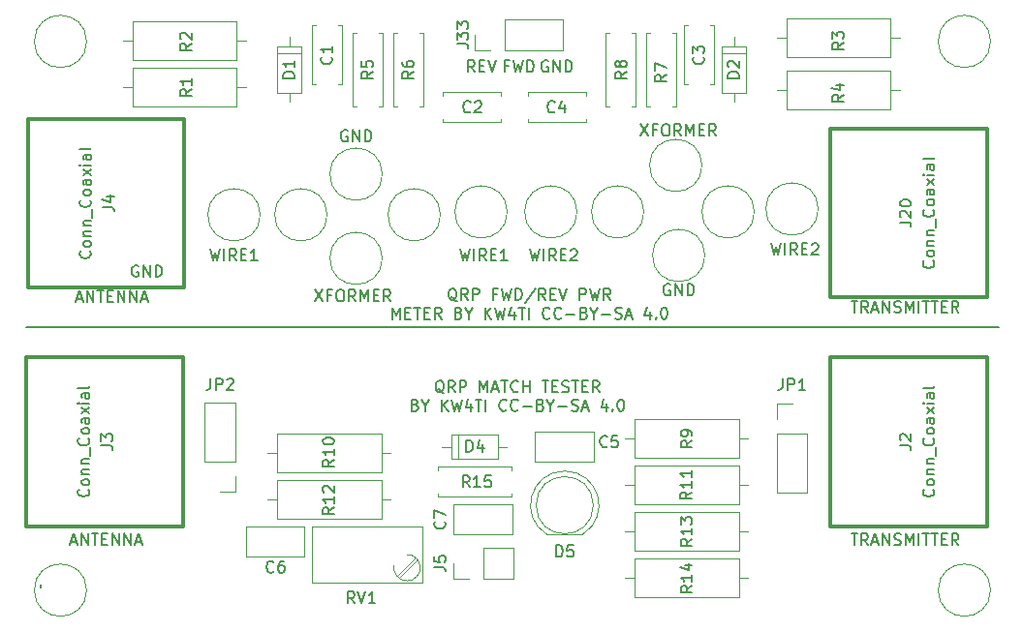
<source format=gbr>
G04 #@! TF.FileFunction,Legend,Top*
%FSLAX46Y46*%
G04 Gerber Fmt 4.6, Leading zero omitted, Abs format (unit mm)*
G04 Created by KiCad (PCBNEW 4.0.7) date 11/26/21 21:25:52*
%MOMM*%
%LPD*%
G01*
G04 APERTURE LIST*
%ADD10C,0.100000*%
%ADD11C,0.150000*%
%ADD12C,0.200000*%
%ADD13C,0.120000*%
%ADD14C,0.300000*%
G04 APERTURE END LIST*
D10*
D11*
X76521428Y-73772619D02*
X76426190Y-73725000D01*
X76330952Y-73629762D01*
X76188095Y-73486905D01*
X76092856Y-73439286D01*
X75997618Y-73439286D01*
X76045237Y-73677381D02*
X75949999Y-73629762D01*
X75854761Y-73534524D01*
X75807142Y-73344048D01*
X75807142Y-73010714D01*
X75854761Y-72820238D01*
X75949999Y-72725000D01*
X76045237Y-72677381D01*
X76235714Y-72677381D01*
X76330952Y-72725000D01*
X76426190Y-72820238D01*
X76473809Y-73010714D01*
X76473809Y-73344048D01*
X76426190Y-73534524D01*
X76330952Y-73629762D01*
X76235714Y-73677381D01*
X76045237Y-73677381D01*
X77473809Y-73677381D02*
X77140475Y-73201190D01*
X76902380Y-73677381D02*
X76902380Y-72677381D01*
X77283333Y-72677381D01*
X77378571Y-72725000D01*
X77426190Y-72772619D01*
X77473809Y-72867857D01*
X77473809Y-73010714D01*
X77426190Y-73105952D01*
X77378571Y-73153571D01*
X77283333Y-73201190D01*
X76902380Y-73201190D01*
X77902380Y-73677381D02*
X77902380Y-72677381D01*
X78283333Y-72677381D01*
X78378571Y-72725000D01*
X78426190Y-72772619D01*
X78473809Y-72867857D01*
X78473809Y-73010714D01*
X78426190Y-73105952D01*
X78378571Y-73153571D01*
X78283333Y-73201190D01*
X77902380Y-73201190D01*
X79664285Y-73677381D02*
X79664285Y-72677381D01*
X79997619Y-73391667D01*
X80330952Y-72677381D01*
X80330952Y-73677381D01*
X80759523Y-73391667D02*
X81235714Y-73391667D01*
X80664285Y-73677381D02*
X80997618Y-72677381D01*
X81330952Y-73677381D01*
X81521428Y-72677381D02*
X82092857Y-72677381D01*
X81807142Y-73677381D02*
X81807142Y-72677381D01*
X82997619Y-73582143D02*
X82950000Y-73629762D01*
X82807143Y-73677381D01*
X82711905Y-73677381D01*
X82569047Y-73629762D01*
X82473809Y-73534524D01*
X82426190Y-73439286D01*
X82378571Y-73248810D01*
X82378571Y-73105952D01*
X82426190Y-72915476D01*
X82473809Y-72820238D01*
X82569047Y-72725000D01*
X82711905Y-72677381D01*
X82807143Y-72677381D01*
X82950000Y-72725000D01*
X82997619Y-72772619D01*
X83426190Y-73677381D02*
X83426190Y-72677381D01*
X83426190Y-73153571D02*
X83997619Y-73153571D01*
X83997619Y-73677381D02*
X83997619Y-72677381D01*
X85092857Y-72677381D02*
X85664286Y-72677381D01*
X85378571Y-73677381D02*
X85378571Y-72677381D01*
X85997619Y-73153571D02*
X86330953Y-73153571D01*
X86473810Y-73677381D02*
X85997619Y-73677381D01*
X85997619Y-72677381D01*
X86473810Y-72677381D01*
X86854762Y-73629762D02*
X86997619Y-73677381D01*
X87235715Y-73677381D01*
X87330953Y-73629762D01*
X87378572Y-73582143D01*
X87426191Y-73486905D01*
X87426191Y-73391667D01*
X87378572Y-73296429D01*
X87330953Y-73248810D01*
X87235715Y-73201190D01*
X87045238Y-73153571D01*
X86950000Y-73105952D01*
X86902381Y-73058333D01*
X86854762Y-72963095D01*
X86854762Y-72867857D01*
X86902381Y-72772619D01*
X86950000Y-72725000D01*
X87045238Y-72677381D01*
X87283334Y-72677381D01*
X87426191Y-72725000D01*
X87711905Y-72677381D02*
X88283334Y-72677381D01*
X87997619Y-73677381D02*
X87997619Y-72677381D01*
X88616667Y-73153571D02*
X88950001Y-73153571D01*
X89092858Y-73677381D02*
X88616667Y-73677381D01*
X88616667Y-72677381D01*
X89092858Y-72677381D01*
X90092858Y-73677381D02*
X89759524Y-73201190D01*
X89521429Y-73677381D02*
X89521429Y-72677381D01*
X89902382Y-72677381D01*
X89997620Y-72725000D01*
X90045239Y-72772619D01*
X90092858Y-72867857D01*
X90092858Y-73010714D01*
X90045239Y-73105952D01*
X89997620Y-73153571D01*
X89902382Y-73201190D01*
X89521429Y-73201190D01*
X74021429Y-74803571D02*
X74164286Y-74851190D01*
X74211905Y-74898810D01*
X74259524Y-74994048D01*
X74259524Y-75136905D01*
X74211905Y-75232143D01*
X74164286Y-75279762D01*
X74069048Y-75327381D01*
X73688095Y-75327381D01*
X73688095Y-74327381D01*
X74021429Y-74327381D01*
X74116667Y-74375000D01*
X74164286Y-74422619D01*
X74211905Y-74517857D01*
X74211905Y-74613095D01*
X74164286Y-74708333D01*
X74116667Y-74755952D01*
X74021429Y-74803571D01*
X73688095Y-74803571D01*
X74878571Y-74851190D02*
X74878571Y-75327381D01*
X74545238Y-74327381D02*
X74878571Y-74851190D01*
X75211905Y-74327381D01*
X76307143Y-75327381D02*
X76307143Y-74327381D01*
X76878572Y-75327381D02*
X76450000Y-74755952D01*
X76878572Y-74327381D02*
X76307143Y-74898810D01*
X77211905Y-74327381D02*
X77450000Y-75327381D01*
X77640477Y-74613095D01*
X77830953Y-75327381D01*
X78069048Y-74327381D01*
X78878572Y-74660714D02*
X78878572Y-75327381D01*
X78640476Y-74279762D02*
X78402381Y-74994048D01*
X79021429Y-74994048D01*
X79259524Y-74327381D02*
X79830953Y-74327381D01*
X79545238Y-75327381D02*
X79545238Y-74327381D01*
X80164286Y-75327381D02*
X80164286Y-74327381D01*
X81973810Y-75232143D02*
X81926191Y-75279762D01*
X81783334Y-75327381D01*
X81688096Y-75327381D01*
X81545238Y-75279762D01*
X81450000Y-75184524D01*
X81402381Y-75089286D01*
X81354762Y-74898810D01*
X81354762Y-74755952D01*
X81402381Y-74565476D01*
X81450000Y-74470238D01*
X81545238Y-74375000D01*
X81688096Y-74327381D01*
X81783334Y-74327381D01*
X81926191Y-74375000D01*
X81973810Y-74422619D01*
X82973810Y-75232143D02*
X82926191Y-75279762D01*
X82783334Y-75327381D01*
X82688096Y-75327381D01*
X82545238Y-75279762D01*
X82450000Y-75184524D01*
X82402381Y-75089286D01*
X82354762Y-74898810D01*
X82354762Y-74755952D01*
X82402381Y-74565476D01*
X82450000Y-74470238D01*
X82545238Y-74375000D01*
X82688096Y-74327381D01*
X82783334Y-74327381D01*
X82926191Y-74375000D01*
X82973810Y-74422619D01*
X83402381Y-74946429D02*
X84164286Y-74946429D01*
X84973810Y-74803571D02*
X85116667Y-74851190D01*
X85164286Y-74898810D01*
X85211905Y-74994048D01*
X85211905Y-75136905D01*
X85164286Y-75232143D01*
X85116667Y-75279762D01*
X85021429Y-75327381D01*
X84640476Y-75327381D01*
X84640476Y-74327381D01*
X84973810Y-74327381D01*
X85069048Y-74375000D01*
X85116667Y-74422619D01*
X85164286Y-74517857D01*
X85164286Y-74613095D01*
X85116667Y-74708333D01*
X85069048Y-74755952D01*
X84973810Y-74803571D01*
X84640476Y-74803571D01*
X85830952Y-74851190D02*
X85830952Y-75327381D01*
X85497619Y-74327381D02*
X85830952Y-74851190D01*
X86164286Y-74327381D01*
X86497619Y-74946429D02*
X87259524Y-74946429D01*
X87688095Y-75279762D02*
X87830952Y-75327381D01*
X88069048Y-75327381D01*
X88164286Y-75279762D01*
X88211905Y-75232143D01*
X88259524Y-75136905D01*
X88259524Y-75041667D01*
X88211905Y-74946429D01*
X88164286Y-74898810D01*
X88069048Y-74851190D01*
X87878571Y-74803571D01*
X87783333Y-74755952D01*
X87735714Y-74708333D01*
X87688095Y-74613095D01*
X87688095Y-74517857D01*
X87735714Y-74422619D01*
X87783333Y-74375000D01*
X87878571Y-74327381D01*
X88116667Y-74327381D01*
X88259524Y-74375000D01*
X88640476Y-75041667D02*
X89116667Y-75041667D01*
X88545238Y-75327381D02*
X88878571Y-74327381D01*
X89211905Y-75327381D01*
X90735715Y-74660714D02*
X90735715Y-75327381D01*
X90497619Y-74279762D02*
X90259524Y-74994048D01*
X90878572Y-74994048D01*
X91259524Y-75232143D02*
X91307143Y-75279762D01*
X91259524Y-75327381D01*
X91211905Y-75279762D01*
X91259524Y-75232143D01*
X91259524Y-75327381D01*
X91926190Y-74327381D02*
X92021429Y-74327381D01*
X92116667Y-74375000D01*
X92164286Y-74422619D01*
X92211905Y-74517857D01*
X92259524Y-74708333D01*
X92259524Y-74946429D01*
X92211905Y-75136905D01*
X92164286Y-75232143D01*
X92116667Y-75279762D01*
X92021429Y-75327381D01*
X91926190Y-75327381D01*
X91830952Y-75279762D01*
X91783333Y-75232143D01*
X91735714Y-75136905D01*
X91688095Y-74946429D01*
X91688095Y-74708333D01*
X91735714Y-74517857D01*
X91783333Y-74422619D01*
X91830952Y-74375000D01*
X91926190Y-74327381D01*
X77642857Y-65722619D02*
X77547619Y-65675000D01*
X77452381Y-65579762D01*
X77309524Y-65436905D01*
X77214285Y-65389286D01*
X77119047Y-65389286D01*
X77166666Y-65627381D02*
X77071428Y-65579762D01*
X76976190Y-65484524D01*
X76928571Y-65294048D01*
X76928571Y-64960714D01*
X76976190Y-64770238D01*
X77071428Y-64675000D01*
X77166666Y-64627381D01*
X77357143Y-64627381D01*
X77452381Y-64675000D01*
X77547619Y-64770238D01*
X77595238Y-64960714D01*
X77595238Y-65294048D01*
X77547619Y-65484524D01*
X77452381Y-65579762D01*
X77357143Y-65627381D01*
X77166666Y-65627381D01*
X78595238Y-65627381D02*
X78261904Y-65151190D01*
X78023809Y-65627381D02*
X78023809Y-64627381D01*
X78404762Y-64627381D01*
X78500000Y-64675000D01*
X78547619Y-64722619D01*
X78595238Y-64817857D01*
X78595238Y-64960714D01*
X78547619Y-65055952D01*
X78500000Y-65103571D01*
X78404762Y-65151190D01*
X78023809Y-65151190D01*
X79023809Y-65627381D02*
X79023809Y-64627381D01*
X79404762Y-64627381D01*
X79500000Y-64675000D01*
X79547619Y-64722619D01*
X79595238Y-64817857D01*
X79595238Y-64960714D01*
X79547619Y-65055952D01*
X79500000Y-65103571D01*
X79404762Y-65151190D01*
X79023809Y-65151190D01*
X81119048Y-65103571D02*
X80785714Y-65103571D01*
X80785714Y-65627381D02*
X80785714Y-64627381D01*
X81261905Y-64627381D01*
X81547619Y-64627381D02*
X81785714Y-65627381D01*
X81976191Y-64913095D01*
X82166667Y-65627381D01*
X82404762Y-64627381D01*
X82785714Y-65627381D02*
X82785714Y-64627381D01*
X83023809Y-64627381D01*
X83166667Y-64675000D01*
X83261905Y-64770238D01*
X83309524Y-64865476D01*
X83357143Y-65055952D01*
X83357143Y-65198810D01*
X83309524Y-65389286D01*
X83261905Y-65484524D01*
X83166667Y-65579762D01*
X83023809Y-65627381D01*
X82785714Y-65627381D01*
X84500000Y-64579762D02*
X83642857Y-65865476D01*
X85404762Y-65627381D02*
X85071428Y-65151190D01*
X84833333Y-65627381D02*
X84833333Y-64627381D01*
X85214286Y-64627381D01*
X85309524Y-64675000D01*
X85357143Y-64722619D01*
X85404762Y-64817857D01*
X85404762Y-64960714D01*
X85357143Y-65055952D01*
X85309524Y-65103571D01*
X85214286Y-65151190D01*
X84833333Y-65151190D01*
X85833333Y-65103571D02*
X86166667Y-65103571D01*
X86309524Y-65627381D02*
X85833333Y-65627381D01*
X85833333Y-64627381D01*
X86309524Y-64627381D01*
X86595238Y-64627381D02*
X86928571Y-65627381D01*
X87261905Y-64627381D01*
X88357143Y-65627381D02*
X88357143Y-64627381D01*
X88738096Y-64627381D01*
X88833334Y-64675000D01*
X88880953Y-64722619D01*
X88928572Y-64817857D01*
X88928572Y-64960714D01*
X88880953Y-65055952D01*
X88833334Y-65103571D01*
X88738096Y-65151190D01*
X88357143Y-65151190D01*
X89261905Y-64627381D02*
X89500000Y-65627381D01*
X89690477Y-64913095D01*
X89880953Y-65627381D01*
X90119048Y-64627381D01*
X91071429Y-65627381D02*
X90738095Y-65151190D01*
X90500000Y-65627381D02*
X90500000Y-64627381D01*
X90880953Y-64627381D01*
X90976191Y-64675000D01*
X91023810Y-64722619D01*
X91071429Y-64817857D01*
X91071429Y-64960714D01*
X91023810Y-65055952D01*
X90976191Y-65103571D01*
X90880953Y-65151190D01*
X90500000Y-65151190D01*
X72000000Y-67277381D02*
X72000000Y-66277381D01*
X72333334Y-66991667D01*
X72666667Y-66277381D01*
X72666667Y-67277381D01*
X73142857Y-66753571D02*
X73476191Y-66753571D01*
X73619048Y-67277381D02*
X73142857Y-67277381D01*
X73142857Y-66277381D01*
X73619048Y-66277381D01*
X73904762Y-66277381D02*
X74476191Y-66277381D01*
X74190476Y-67277381D02*
X74190476Y-66277381D01*
X74809524Y-66753571D02*
X75142858Y-66753571D01*
X75285715Y-67277381D02*
X74809524Y-67277381D01*
X74809524Y-66277381D01*
X75285715Y-66277381D01*
X76285715Y-67277381D02*
X75952381Y-66801190D01*
X75714286Y-67277381D02*
X75714286Y-66277381D01*
X76095239Y-66277381D01*
X76190477Y-66325000D01*
X76238096Y-66372619D01*
X76285715Y-66467857D01*
X76285715Y-66610714D01*
X76238096Y-66705952D01*
X76190477Y-66753571D01*
X76095239Y-66801190D01*
X75714286Y-66801190D01*
X77809525Y-66753571D02*
X77952382Y-66801190D01*
X78000001Y-66848810D01*
X78047620Y-66944048D01*
X78047620Y-67086905D01*
X78000001Y-67182143D01*
X77952382Y-67229762D01*
X77857144Y-67277381D01*
X77476191Y-67277381D01*
X77476191Y-66277381D01*
X77809525Y-66277381D01*
X77904763Y-66325000D01*
X77952382Y-66372619D01*
X78000001Y-66467857D01*
X78000001Y-66563095D01*
X77952382Y-66658333D01*
X77904763Y-66705952D01*
X77809525Y-66753571D01*
X77476191Y-66753571D01*
X78666667Y-66801190D02*
X78666667Y-67277381D01*
X78333334Y-66277381D02*
X78666667Y-66801190D01*
X79000001Y-66277381D01*
X80095239Y-67277381D02*
X80095239Y-66277381D01*
X80666668Y-67277381D02*
X80238096Y-66705952D01*
X80666668Y-66277381D02*
X80095239Y-66848810D01*
X81000001Y-66277381D02*
X81238096Y-67277381D01*
X81428573Y-66563095D01*
X81619049Y-67277381D01*
X81857144Y-66277381D01*
X82666668Y-66610714D02*
X82666668Y-67277381D01*
X82428572Y-66229762D02*
X82190477Y-66944048D01*
X82809525Y-66944048D01*
X83047620Y-66277381D02*
X83619049Y-66277381D01*
X83333334Y-67277381D02*
X83333334Y-66277381D01*
X83952382Y-67277381D02*
X83952382Y-66277381D01*
X85761906Y-67182143D02*
X85714287Y-67229762D01*
X85571430Y-67277381D01*
X85476192Y-67277381D01*
X85333334Y-67229762D01*
X85238096Y-67134524D01*
X85190477Y-67039286D01*
X85142858Y-66848810D01*
X85142858Y-66705952D01*
X85190477Y-66515476D01*
X85238096Y-66420238D01*
X85333334Y-66325000D01*
X85476192Y-66277381D01*
X85571430Y-66277381D01*
X85714287Y-66325000D01*
X85761906Y-66372619D01*
X86761906Y-67182143D02*
X86714287Y-67229762D01*
X86571430Y-67277381D01*
X86476192Y-67277381D01*
X86333334Y-67229762D01*
X86238096Y-67134524D01*
X86190477Y-67039286D01*
X86142858Y-66848810D01*
X86142858Y-66705952D01*
X86190477Y-66515476D01*
X86238096Y-66420238D01*
X86333334Y-66325000D01*
X86476192Y-66277381D01*
X86571430Y-66277381D01*
X86714287Y-66325000D01*
X86761906Y-66372619D01*
X87190477Y-66896429D02*
X87952382Y-66896429D01*
X88761906Y-66753571D02*
X88904763Y-66801190D01*
X88952382Y-66848810D01*
X89000001Y-66944048D01*
X89000001Y-67086905D01*
X88952382Y-67182143D01*
X88904763Y-67229762D01*
X88809525Y-67277381D01*
X88428572Y-67277381D01*
X88428572Y-66277381D01*
X88761906Y-66277381D01*
X88857144Y-66325000D01*
X88904763Y-66372619D01*
X88952382Y-66467857D01*
X88952382Y-66563095D01*
X88904763Y-66658333D01*
X88857144Y-66705952D01*
X88761906Y-66753571D01*
X88428572Y-66753571D01*
X89619048Y-66801190D02*
X89619048Y-67277381D01*
X89285715Y-66277381D02*
X89619048Y-66801190D01*
X89952382Y-66277381D01*
X90285715Y-66896429D02*
X91047620Y-66896429D01*
X91476191Y-67229762D02*
X91619048Y-67277381D01*
X91857144Y-67277381D01*
X91952382Y-67229762D01*
X92000001Y-67182143D01*
X92047620Y-67086905D01*
X92047620Y-66991667D01*
X92000001Y-66896429D01*
X91952382Y-66848810D01*
X91857144Y-66801190D01*
X91666667Y-66753571D01*
X91571429Y-66705952D01*
X91523810Y-66658333D01*
X91476191Y-66563095D01*
X91476191Y-66467857D01*
X91523810Y-66372619D01*
X91571429Y-66325000D01*
X91666667Y-66277381D01*
X91904763Y-66277381D01*
X92047620Y-66325000D01*
X92428572Y-66991667D02*
X92904763Y-66991667D01*
X92333334Y-67277381D02*
X92666667Y-66277381D01*
X93000001Y-67277381D01*
X94523811Y-66610714D02*
X94523811Y-67277381D01*
X94285715Y-66229762D02*
X94047620Y-66944048D01*
X94666668Y-66944048D01*
X95047620Y-67182143D02*
X95095239Y-67229762D01*
X95047620Y-67277381D01*
X95000001Y-67229762D01*
X95047620Y-67182143D01*
X95047620Y-67277381D01*
X95714286Y-66277381D02*
X95809525Y-66277381D01*
X95904763Y-66325000D01*
X95952382Y-66372619D01*
X96000001Y-66467857D01*
X96047620Y-66658333D01*
X96047620Y-66896429D01*
X96000001Y-67086905D01*
X95952382Y-67182143D01*
X95904763Y-67229762D01*
X95809525Y-67277381D01*
X95714286Y-67277381D01*
X95619048Y-67229762D01*
X95571429Y-67182143D01*
X95523810Y-67086905D01*
X95476191Y-66896429D01*
X95476191Y-66658333D01*
X95523810Y-66467857D01*
X95571429Y-66372619D01*
X95619048Y-66325000D01*
X95714286Y-66277381D01*
D12*
X40000000Y-68000000D02*
X125000000Y-68000000D01*
D11*
X43918571Y-86780667D02*
X44394762Y-86780667D01*
X43823333Y-87066381D02*
X44156666Y-86066381D01*
X44490000Y-87066381D01*
X44823333Y-87066381D02*
X44823333Y-86066381D01*
X45394762Y-87066381D01*
X45394762Y-86066381D01*
X45728095Y-86066381D02*
X46299524Y-86066381D01*
X46013809Y-87066381D02*
X46013809Y-86066381D01*
X46632857Y-86542571D02*
X46966191Y-86542571D01*
X47109048Y-87066381D02*
X46632857Y-87066381D01*
X46632857Y-86066381D01*
X47109048Y-86066381D01*
X47537619Y-87066381D02*
X47537619Y-86066381D01*
X48109048Y-87066381D01*
X48109048Y-86066381D01*
X48585238Y-87066381D02*
X48585238Y-86066381D01*
X49156667Y-87066381D01*
X49156667Y-86066381D01*
X49585238Y-86780667D02*
X50061429Y-86780667D01*
X49490000Y-87066381D02*
X49823333Y-86066381D01*
X50156667Y-87066381D01*
X112101905Y-86066381D02*
X112673334Y-86066381D01*
X112387619Y-87066381D02*
X112387619Y-86066381D01*
X113578096Y-87066381D02*
X113244762Y-86590190D01*
X113006667Y-87066381D02*
X113006667Y-86066381D01*
X113387620Y-86066381D01*
X113482858Y-86114000D01*
X113530477Y-86161619D01*
X113578096Y-86256857D01*
X113578096Y-86399714D01*
X113530477Y-86494952D01*
X113482858Y-86542571D01*
X113387620Y-86590190D01*
X113006667Y-86590190D01*
X113959048Y-86780667D02*
X114435239Y-86780667D01*
X113863810Y-87066381D02*
X114197143Y-86066381D01*
X114530477Y-87066381D01*
X114863810Y-87066381D02*
X114863810Y-86066381D01*
X115435239Y-87066381D01*
X115435239Y-86066381D01*
X115863810Y-87018762D02*
X116006667Y-87066381D01*
X116244763Y-87066381D01*
X116340001Y-87018762D01*
X116387620Y-86971143D01*
X116435239Y-86875905D01*
X116435239Y-86780667D01*
X116387620Y-86685429D01*
X116340001Y-86637810D01*
X116244763Y-86590190D01*
X116054286Y-86542571D01*
X115959048Y-86494952D01*
X115911429Y-86447333D01*
X115863810Y-86352095D01*
X115863810Y-86256857D01*
X115911429Y-86161619D01*
X115959048Y-86114000D01*
X116054286Y-86066381D01*
X116292382Y-86066381D01*
X116435239Y-86114000D01*
X116863810Y-87066381D02*
X116863810Y-86066381D01*
X117197144Y-86780667D01*
X117530477Y-86066381D01*
X117530477Y-87066381D01*
X118006667Y-87066381D02*
X118006667Y-86066381D01*
X118340000Y-86066381D02*
X118911429Y-86066381D01*
X118625714Y-87066381D02*
X118625714Y-86066381D01*
X119101905Y-86066381D02*
X119673334Y-86066381D01*
X119387619Y-87066381D02*
X119387619Y-86066381D01*
X120006667Y-86542571D02*
X120340001Y-86542571D01*
X120482858Y-87066381D02*
X120006667Y-87066381D01*
X120006667Y-86066381D01*
X120482858Y-86066381D01*
X121482858Y-87066381D02*
X121149524Y-86590190D01*
X120911429Y-87066381D02*
X120911429Y-86066381D01*
X121292382Y-86066381D01*
X121387620Y-86114000D01*
X121435239Y-86161619D01*
X121482858Y-86256857D01*
X121482858Y-86399714D01*
X121435239Y-86494952D01*
X121387620Y-86542571D01*
X121292382Y-86590190D01*
X120911429Y-86590190D01*
X44398571Y-65506667D02*
X44874762Y-65506667D01*
X44303333Y-65792381D02*
X44636666Y-64792381D01*
X44970000Y-65792381D01*
X45303333Y-65792381D02*
X45303333Y-64792381D01*
X45874762Y-65792381D01*
X45874762Y-64792381D01*
X46208095Y-64792381D02*
X46779524Y-64792381D01*
X46493809Y-65792381D02*
X46493809Y-64792381D01*
X47112857Y-65268571D02*
X47446191Y-65268571D01*
X47589048Y-65792381D02*
X47112857Y-65792381D01*
X47112857Y-64792381D01*
X47589048Y-64792381D01*
X48017619Y-65792381D02*
X48017619Y-64792381D01*
X48589048Y-65792381D01*
X48589048Y-64792381D01*
X49065238Y-65792381D02*
X49065238Y-64792381D01*
X49636667Y-65792381D01*
X49636667Y-64792381D01*
X50065238Y-65506667D02*
X50541429Y-65506667D01*
X49970000Y-65792381D02*
X50303333Y-64792381D01*
X50636667Y-65792381D01*
X96266096Y-64270000D02*
X96170858Y-64222381D01*
X96028001Y-64222381D01*
X95885143Y-64270000D01*
X95789905Y-64365238D01*
X95742286Y-64460476D01*
X95694667Y-64650952D01*
X95694667Y-64793810D01*
X95742286Y-64984286D01*
X95789905Y-65079524D01*
X95885143Y-65174762D01*
X96028001Y-65222381D01*
X96123239Y-65222381D01*
X96266096Y-65174762D01*
X96313715Y-65127143D01*
X96313715Y-64793810D01*
X96123239Y-64793810D01*
X96742286Y-65222381D02*
X96742286Y-64222381D01*
X97313715Y-65222381D01*
X97313715Y-64222381D01*
X97789905Y-65222381D02*
X97789905Y-64222381D01*
X98028000Y-64222381D01*
X98170858Y-64270000D01*
X98266096Y-64365238D01*
X98313715Y-64460476D01*
X98361334Y-64650952D01*
X98361334Y-64793810D01*
X98313715Y-64984286D01*
X98266096Y-65079524D01*
X98170858Y-65174762D01*
X98028000Y-65222381D01*
X97789905Y-65222381D01*
X93718476Y-50252381D02*
X94385143Y-51252381D01*
X94385143Y-50252381D02*
X93718476Y-51252381D01*
X95099429Y-50728571D02*
X94766095Y-50728571D01*
X94766095Y-51252381D02*
X94766095Y-50252381D01*
X95242286Y-50252381D01*
X95813714Y-50252381D02*
X96004191Y-50252381D01*
X96099429Y-50300000D01*
X96194667Y-50395238D01*
X96242286Y-50585714D01*
X96242286Y-50919048D01*
X96194667Y-51109524D01*
X96099429Y-51204762D01*
X96004191Y-51252381D01*
X95813714Y-51252381D01*
X95718476Y-51204762D01*
X95623238Y-51109524D01*
X95575619Y-50919048D01*
X95575619Y-50585714D01*
X95623238Y-50395238D01*
X95718476Y-50300000D01*
X95813714Y-50252381D01*
X97242286Y-51252381D02*
X96908952Y-50776190D01*
X96670857Y-51252381D02*
X96670857Y-50252381D01*
X97051810Y-50252381D01*
X97147048Y-50300000D01*
X97194667Y-50347619D01*
X97242286Y-50442857D01*
X97242286Y-50585714D01*
X97194667Y-50680952D01*
X97147048Y-50728571D01*
X97051810Y-50776190D01*
X96670857Y-50776190D01*
X97670857Y-51252381D02*
X97670857Y-50252381D01*
X98004191Y-50966667D01*
X98337524Y-50252381D01*
X98337524Y-51252381D01*
X98813714Y-50728571D02*
X99147048Y-50728571D01*
X99289905Y-51252381D02*
X98813714Y-51252381D01*
X98813714Y-50252381D01*
X99289905Y-50252381D01*
X100289905Y-51252381D02*
X99956571Y-50776190D01*
X99718476Y-51252381D02*
X99718476Y-50252381D01*
X100099429Y-50252381D01*
X100194667Y-50300000D01*
X100242286Y-50347619D01*
X100289905Y-50442857D01*
X100289905Y-50585714D01*
X100242286Y-50680952D01*
X100194667Y-50728571D01*
X100099429Y-50776190D01*
X99718476Y-50776190D01*
X105092762Y-60666381D02*
X105330857Y-61666381D01*
X105521334Y-60952095D01*
X105711810Y-61666381D01*
X105949905Y-60666381D01*
X106330857Y-61666381D02*
X106330857Y-60666381D01*
X107378476Y-61666381D02*
X107045142Y-61190190D01*
X106807047Y-61666381D02*
X106807047Y-60666381D01*
X107188000Y-60666381D01*
X107283238Y-60714000D01*
X107330857Y-60761619D01*
X107378476Y-60856857D01*
X107378476Y-60999714D01*
X107330857Y-61094952D01*
X107283238Y-61142571D01*
X107188000Y-61190190D01*
X106807047Y-61190190D01*
X107807047Y-61142571D02*
X108140381Y-61142571D01*
X108283238Y-61666381D02*
X107807047Y-61666381D01*
X107807047Y-60666381D01*
X108283238Y-60666381D01*
X108664190Y-60761619D02*
X108711809Y-60714000D01*
X108807047Y-60666381D01*
X109045143Y-60666381D01*
X109140381Y-60714000D01*
X109188000Y-60761619D01*
X109235619Y-60856857D01*
X109235619Y-60952095D01*
X109188000Y-61094952D01*
X108616571Y-61666381D01*
X109235619Y-61666381D01*
X84010762Y-61174381D02*
X84248857Y-62174381D01*
X84439334Y-61460095D01*
X84629810Y-62174381D01*
X84867905Y-61174381D01*
X85248857Y-62174381D02*
X85248857Y-61174381D01*
X86296476Y-62174381D02*
X85963142Y-61698190D01*
X85725047Y-62174381D02*
X85725047Y-61174381D01*
X86106000Y-61174381D01*
X86201238Y-61222000D01*
X86248857Y-61269619D01*
X86296476Y-61364857D01*
X86296476Y-61507714D01*
X86248857Y-61602952D01*
X86201238Y-61650571D01*
X86106000Y-61698190D01*
X85725047Y-61698190D01*
X86725047Y-61650571D02*
X87058381Y-61650571D01*
X87201238Y-62174381D02*
X86725047Y-62174381D01*
X86725047Y-61174381D01*
X87201238Y-61174381D01*
X87582190Y-61269619D02*
X87629809Y-61222000D01*
X87725047Y-61174381D01*
X87963143Y-61174381D01*
X88058381Y-61222000D01*
X88106000Y-61269619D01*
X88153619Y-61364857D01*
X88153619Y-61460095D01*
X88106000Y-61602952D01*
X87534571Y-62174381D01*
X88153619Y-62174381D01*
X77914762Y-61174381D02*
X78152857Y-62174381D01*
X78343334Y-61460095D01*
X78533810Y-62174381D01*
X78771905Y-61174381D01*
X79152857Y-62174381D02*
X79152857Y-61174381D01*
X80200476Y-62174381D02*
X79867142Y-61698190D01*
X79629047Y-62174381D02*
X79629047Y-61174381D01*
X80010000Y-61174381D01*
X80105238Y-61222000D01*
X80152857Y-61269619D01*
X80200476Y-61364857D01*
X80200476Y-61507714D01*
X80152857Y-61602952D01*
X80105238Y-61650571D01*
X80010000Y-61698190D01*
X79629047Y-61698190D01*
X80629047Y-61650571D02*
X80962381Y-61650571D01*
X81105238Y-62174381D02*
X80629047Y-62174381D01*
X80629047Y-61174381D01*
X81105238Y-61174381D01*
X82057619Y-62174381D02*
X81486190Y-62174381D01*
X81771904Y-62174381D02*
X81771904Y-61174381D01*
X81676666Y-61317238D01*
X81581428Y-61412476D01*
X81486190Y-61460095D01*
X112111905Y-65722381D02*
X112683334Y-65722381D01*
X112397619Y-66722381D02*
X112397619Y-65722381D01*
X113588096Y-66722381D02*
X113254762Y-66246190D01*
X113016667Y-66722381D02*
X113016667Y-65722381D01*
X113397620Y-65722381D01*
X113492858Y-65770000D01*
X113540477Y-65817619D01*
X113588096Y-65912857D01*
X113588096Y-66055714D01*
X113540477Y-66150952D01*
X113492858Y-66198571D01*
X113397620Y-66246190D01*
X113016667Y-66246190D01*
X113969048Y-66436667D02*
X114445239Y-66436667D01*
X113873810Y-66722381D02*
X114207143Y-65722381D01*
X114540477Y-66722381D01*
X114873810Y-66722381D02*
X114873810Y-65722381D01*
X115445239Y-66722381D01*
X115445239Y-65722381D01*
X115873810Y-66674762D02*
X116016667Y-66722381D01*
X116254763Y-66722381D01*
X116350001Y-66674762D01*
X116397620Y-66627143D01*
X116445239Y-66531905D01*
X116445239Y-66436667D01*
X116397620Y-66341429D01*
X116350001Y-66293810D01*
X116254763Y-66246190D01*
X116064286Y-66198571D01*
X115969048Y-66150952D01*
X115921429Y-66103333D01*
X115873810Y-66008095D01*
X115873810Y-65912857D01*
X115921429Y-65817619D01*
X115969048Y-65770000D01*
X116064286Y-65722381D01*
X116302382Y-65722381D01*
X116445239Y-65770000D01*
X116873810Y-66722381D02*
X116873810Y-65722381D01*
X117207144Y-66436667D01*
X117540477Y-65722381D01*
X117540477Y-66722381D01*
X118016667Y-66722381D02*
X118016667Y-65722381D01*
X118350000Y-65722381D02*
X118921429Y-65722381D01*
X118635714Y-66722381D02*
X118635714Y-65722381D01*
X119111905Y-65722381D02*
X119683334Y-65722381D01*
X119397619Y-66722381D02*
X119397619Y-65722381D01*
X120016667Y-66198571D02*
X120350001Y-66198571D01*
X120492858Y-66722381D02*
X120016667Y-66722381D01*
X120016667Y-65722381D01*
X120492858Y-65722381D01*
X121492858Y-66722381D02*
X121159524Y-66246190D01*
X120921429Y-66722381D02*
X120921429Y-65722381D01*
X121302382Y-65722381D01*
X121397620Y-65770000D01*
X121445239Y-65817619D01*
X121492858Y-65912857D01*
X121492858Y-66055714D01*
X121445239Y-66150952D01*
X121397620Y-66198571D01*
X121302382Y-66246190D01*
X120921429Y-66246190D01*
D12*
X41275000Y-90551000D02*
X41275000Y-90805000D01*
D11*
X79184572Y-45664381D02*
X78851238Y-45188190D01*
X78613143Y-45664381D02*
X78613143Y-44664381D01*
X78994096Y-44664381D01*
X79089334Y-44712000D01*
X79136953Y-44759619D01*
X79184572Y-44854857D01*
X79184572Y-44997714D01*
X79136953Y-45092952D01*
X79089334Y-45140571D01*
X78994096Y-45188190D01*
X78613143Y-45188190D01*
X79613143Y-45140571D02*
X79946477Y-45140571D01*
X80089334Y-45664381D02*
X79613143Y-45664381D01*
X79613143Y-44664381D01*
X80089334Y-44664381D01*
X80375048Y-44664381D02*
X80708381Y-45664381D01*
X81041715Y-44664381D01*
X82129429Y-45140571D02*
X81796095Y-45140571D01*
X81796095Y-45664381D02*
X81796095Y-44664381D01*
X82272286Y-44664381D01*
X82558000Y-44664381D02*
X82796095Y-45664381D01*
X82986572Y-44950095D01*
X83177048Y-45664381D01*
X83415143Y-44664381D01*
X83796095Y-45664381D02*
X83796095Y-44664381D01*
X84034190Y-44664381D01*
X84177048Y-44712000D01*
X84272286Y-44807238D01*
X84319905Y-44902476D01*
X84367524Y-45092952D01*
X84367524Y-45235810D01*
X84319905Y-45426286D01*
X84272286Y-45521524D01*
X84177048Y-45616762D01*
X84034190Y-45664381D01*
X83796095Y-45664381D01*
X85598096Y-44712000D02*
X85502858Y-44664381D01*
X85360001Y-44664381D01*
X85217143Y-44712000D01*
X85121905Y-44807238D01*
X85074286Y-44902476D01*
X85026667Y-45092952D01*
X85026667Y-45235810D01*
X85074286Y-45426286D01*
X85121905Y-45521524D01*
X85217143Y-45616762D01*
X85360001Y-45664381D01*
X85455239Y-45664381D01*
X85598096Y-45616762D01*
X85645715Y-45569143D01*
X85645715Y-45235810D01*
X85455239Y-45235810D01*
X86074286Y-45664381D02*
X86074286Y-44664381D01*
X86645715Y-45664381D01*
X86645715Y-44664381D01*
X87121905Y-45664381D02*
X87121905Y-44664381D01*
X87360000Y-44664381D01*
X87502858Y-44712000D01*
X87598096Y-44807238D01*
X87645715Y-44902476D01*
X87693334Y-45092952D01*
X87693334Y-45235810D01*
X87645715Y-45426286D01*
X87598096Y-45521524D01*
X87502858Y-45616762D01*
X87360000Y-45664381D01*
X87121905Y-45664381D01*
X49784096Y-62619000D02*
X49688858Y-62571381D01*
X49546001Y-62571381D01*
X49403143Y-62619000D01*
X49307905Y-62714238D01*
X49260286Y-62809476D01*
X49212667Y-62999952D01*
X49212667Y-63142810D01*
X49260286Y-63333286D01*
X49307905Y-63428524D01*
X49403143Y-63523762D01*
X49546001Y-63571381D01*
X49641239Y-63571381D01*
X49784096Y-63523762D01*
X49831715Y-63476143D01*
X49831715Y-63142810D01*
X49641239Y-63142810D01*
X50260286Y-63571381D02*
X50260286Y-62571381D01*
X50831715Y-63571381D01*
X50831715Y-62571381D01*
X51307905Y-63571381D02*
X51307905Y-62571381D01*
X51546000Y-62571381D01*
X51688858Y-62619000D01*
X51784096Y-62714238D01*
X51831715Y-62809476D01*
X51879334Y-62999952D01*
X51879334Y-63142810D01*
X51831715Y-63333286D01*
X51784096Y-63428524D01*
X51688858Y-63523762D01*
X51546000Y-63571381D01*
X51307905Y-63571381D01*
X65270476Y-64730381D02*
X65937143Y-65730381D01*
X65937143Y-64730381D02*
X65270476Y-65730381D01*
X66651429Y-65206571D02*
X66318095Y-65206571D01*
X66318095Y-65730381D02*
X66318095Y-64730381D01*
X66794286Y-64730381D01*
X67365714Y-64730381D02*
X67556191Y-64730381D01*
X67651429Y-64778000D01*
X67746667Y-64873238D01*
X67794286Y-65063714D01*
X67794286Y-65397048D01*
X67746667Y-65587524D01*
X67651429Y-65682762D01*
X67556191Y-65730381D01*
X67365714Y-65730381D01*
X67270476Y-65682762D01*
X67175238Y-65587524D01*
X67127619Y-65397048D01*
X67127619Y-65063714D01*
X67175238Y-64873238D01*
X67270476Y-64778000D01*
X67365714Y-64730381D01*
X68794286Y-65730381D02*
X68460952Y-65254190D01*
X68222857Y-65730381D02*
X68222857Y-64730381D01*
X68603810Y-64730381D01*
X68699048Y-64778000D01*
X68746667Y-64825619D01*
X68794286Y-64920857D01*
X68794286Y-65063714D01*
X68746667Y-65158952D01*
X68699048Y-65206571D01*
X68603810Y-65254190D01*
X68222857Y-65254190D01*
X69222857Y-65730381D02*
X69222857Y-64730381D01*
X69556191Y-65444667D01*
X69889524Y-64730381D01*
X69889524Y-65730381D01*
X70365714Y-65206571D02*
X70699048Y-65206571D01*
X70841905Y-65730381D02*
X70365714Y-65730381D01*
X70365714Y-64730381D01*
X70841905Y-64730381D01*
X71841905Y-65730381D02*
X71508571Y-65254190D01*
X71270476Y-65730381D02*
X71270476Y-64730381D01*
X71651429Y-64730381D01*
X71746667Y-64778000D01*
X71794286Y-64825619D01*
X71841905Y-64920857D01*
X71841905Y-65063714D01*
X71794286Y-65158952D01*
X71746667Y-65206571D01*
X71651429Y-65254190D01*
X71270476Y-65254190D01*
X56070762Y-61174381D02*
X56308857Y-62174381D01*
X56499334Y-61460095D01*
X56689810Y-62174381D01*
X56927905Y-61174381D01*
X57308857Y-62174381D02*
X57308857Y-61174381D01*
X58356476Y-62174381D02*
X58023142Y-61698190D01*
X57785047Y-62174381D02*
X57785047Y-61174381D01*
X58166000Y-61174381D01*
X58261238Y-61222000D01*
X58308857Y-61269619D01*
X58356476Y-61364857D01*
X58356476Y-61507714D01*
X58308857Y-61602952D01*
X58261238Y-61650571D01*
X58166000Y-61698190D01*
X57785047Y-61698190D01*
X58785047Y-61650571D02*
X59118381Y-61650571D01*
X59261238Y-62174381D02*
X58785047Y-62174381D01*
X58785047Y-61174381D01*
X59261238Y-61174381D01*
X60213619Y-62174381D02*
X59642190Y-62174381D01*
X59927904Y-62174381D02*
X59927904Y-61174381D01*
X59832666Y-61317238D01*
X59737428Y-61412476D01*
X59642190Y-61460095D01*
X68072096Y-50808000D02*
X67976858Y-50760381D01*
X67834001Y-50760381D01*
X67691143Y-50808000D01*
X67595905Y-50903238D01*
X67548286Y-50998476D01*
X67500667Y-51188952D01*
X67500667Y-51331810D01*
X67548286Y-51522286D01*
X67595905Y-51617524D01*
X67691143Y-51712762D01*
X67834001Y-51760381D01*
X67929239Y-51760381D01*
X68072096Y-51712762D01*
X68119715Y-51665143D01*
X68119715Y-51331810D01*
X67929239Y-51331810D01*
X68548286Y-51760381D02*
X68548286Y-50760381D01*
X69119715Y-51760381D01*
X69119715Y-50760381D01*
X69595905Y-51760381D02*
X69595905Y-50760381D01*
X69834000Y-50760381D01*
X69976858Y-50808000D01*
X70072096Y-50903238D01*
X70119715Y-50998476D01*
X70167334Y-51188952D01*
X70167334Y-51331810D01*
X70119715Y-51522286D01*
X70072096Y-51617524D01*
X69976858Y-51712762D01*
X69834000Y-51760381D01*
X69595905Y-51760381D01*
D13*
X105620000Y-82460000D02*
X108280000Y-82460000D01*
X105620000Y-77320000D02*
X105620000Y-82460000D01*
X108280000Y-77320000D02*
X108280000Y-82460000D01*
X105620000Y-77320000D02*
X108280000Y-77320000D01*
X105620000Y-76050000D02*
X105620000Y-74720000D01*
X105620000Y-74720000D02*
X106950000Y-74720000D01*
X93180000Y-84194000D02*
X93180000Y-87514000D01*
X93180000Y-87514000D02*
X102300000Y-87514000D01*
X102300000Y-87514000D02*
X102300000Y-84194000D01*
X102300000Y-84194000D02*
X93180000Y-84194000D01*
X92370000Y-85854000D02*
X93180000Y-85854000D01*
X103110000Y-85854000D02*
X102300000Y-85854000D01*
X102300000Y-83450000D02*
X102300000Y-80130000D01*
X102300000Y-80130000D02*
X93180000Y-80130000D01*
X93180000Y-80130000D02*
X93180000Y-83450000D01*
X93180000Y-83450000D02*
X102300000Y-83450000D01*
X103110000Y-81790000D02*
X102300000Y-81790000D01*
X92370000Y-81790000D02*
X93180000Y-81790000D01*
X102300000Y-79386000D02*
X102300000Y-76066000D01*
X102300000Y-76066000D02*
X93180000Y-76066000D01*
X93180000Y-76066000D02*
X93180000Y-79386000D01*
X93180000Y-79386000D02*
X102300000Y-79386000D01*
X103110000Y-77726000D02*
X102300000Y-77726000D01*
X92370000Y-77726000D02*
X93180000Y-77726000D01*
X115558000Y-44332000D02*
X115558000Y-41012000D01*
X115558000Y-41012000D02*
X106438000Y-41012000D01*
X106438000Y-41012000D02*
X106438000Y-44332000D01*
X106438000Y-44332000D02*
X115558000Y-44332000D01*
X116368000Y-42672000D02*
X115558000Y-42672000D01*
X105628000Y-42672000D02*
X106438000Y-42672000D01*
X49288000Y-41266000D02*
X49288000Y-44586000D01*
X49288000Y-44586000D02*
X58408000Y-44586000D01*
X58408000Y-44586000D02*
X58408000Y-41266000D01*
X58408000Y-41266000D02*
X49288000Y-41266000D01*
X48478000Y-42926000D02*
X49288000Y-42926000D01*
X59218000Y-42926000D02*
X58408000Y-42926000D01*
X115558000Y-48904000D02*
X115558000Y-45584000D01*
X115558000Y-45584000D02*
X106438000Y-45584000D01*
X106438000Y-45584000D02*
X106438000Y-48904000D01*
X106438000Y-48904000D02*
X115558000Y-48904000D01*
X116368000Y-47244000D02*
X115558000Y-47244000D01*
X105628000Y-47244000D02*
X106438000Y-47244000D01*
X60452000Y-58166000D02*
G75*
G03X60452000Y-58166000I-2286000J0D01*
G01*
X66294000Y-58166000D02*
G75*
G03X66294000Y-58166000I-2286000J0D01*
G01*
X88138000Y-57912000D02*
G75*
G03X88138000Y-57912000I-2286000J0D01*
G01*
X93980000Y-57912000D02*
G75*
G03X93980000Y-57912000I-2286000J0D01*
G01*
X82042000Y-57912000D02*
G75*
G03X82042000Y-57912000I-2286000J0D01*
G01*
X76200000Y-58166000D02*
G75*
G03X76200000Y-58166000I-2286000J0D01*
G01*
X109220000Y-57658000D02*
G75*
G03X109220000Y-57658000I-2286000J0D01*
G01*
X103632000Y-57912000D02*
G75*
G03X103632000Y-57912000I-2286000J0D01*
G01*
X45286000Y-43000000D02*
G75*
G03X45286000Y-43000000I-2286000J0D01*
G01*
X124286000Y-43000000D02*
G75*
G03X124286000Y-43000000I-2286000J0D01*
G01*
X71120000Y-54610000D02*
G75*
G03X71120000Y-54610000I-2286000J0D01*
G01*
X71120000Y-61976000D02*
G75*
G03X71120000Y-61976000I-2286000J0D01*
G01*
X99060000Y-53848000D02*
G75*
G03X99060000Y-53848000I-2286000J0D01*
G01*
X67604000Y-41596000D02*
X67604000Y-46716000D01*
X64984000Y-41596000D02*
X64984000Y-46716000D01*
X67604000Y-41596000D02*
X67290000Y-41596000D01*
X65298000Y-41596000D02*
X64984000Y-41596000D01*
X67604000Y-46716000D02*
X67290000Y-46716000D01*
X65298000Y-46716000D02*
X64984000Y-46716000D01*
X76394000Y-47458000D02*
X81514000Y-47458000D01*
X76394000Y-50078000D02*
X81514000Y-50078000D01*
X76394000Y-47458000D02*
X76394000Y-47772000D01*
X76394000Y-49764000D02*
X76394000Y-50078000D01*
X81514000Y-47458000D02*
X81514000Y-47772000D01*
X81514000Y-49764000D02*
X81514000Y-50078000D01*
X100116000Y-41596000D02*
X100116000Y-46716000D01*
X97496000Y-41596000D02*
X97496000Y-46716000D01*
X100116000Y-41596000D02*
X99802000Y-41596000D01*
X97810000Y-41596000D02*
X97496000Y-41596000D01*
X100116000Y-46716000D02*
X99802000Y-46716000D01*
X97810000Y-46716000D02*
X97496000Y-46716000D01*
X88960000Y-50078000D02*
X83840000Y-50078000D01*
X88960000Y-47458000D02*
X83840000Y-47458000D01*
X88960000Y-50078000D02*
X88960000Y-49764000D01*
X88960000Y-47772000D02*
X88960000Y-47458000D01*
X83840000Y-50078000D02*
X83840000Y-49764000D01*
X83840000Y-47772000D02*
X83840000Y-47458000D01*
X86928000Y-43748000D02*
X86928000Y-41088000D01*
X81788000Y-43748000D02*
X86928000Y-43748000D01*
X81788000Y-41088000D02*
X86928000Y-41088000D01*
X81788000Y-43748000D02*
X81788000Y-41088000D01*
X80518000Y-43748000D02*
X79188000Y-43748000D01*
X79188000Y-43748000D02*
X79188000Y-42418000D01*
X68870000Y-48676000D02*
X68540000Y-48676000D01*
X68540000Y-48676000D02*
X68540000Y-42256000D01*
X68540000Y-42256000D02*
X68870000Y-42256000D01*
X70830000Y-48676000D02*
X71160000Y-48676000D01*
X71160000Y-48676000D02*
X71160000Y-42256000D01*
X71160000Y-42256000D02*
X70830000Y-42256000D01*
X74386000Y-42256000D02*
X74716000Y-42256000D01*
X74716000Y-42256000D02*
X74716000Y-48676000D01*
X74716000Y-48676000D02*
X74386000Y-48676000D01*
X72426000Y-42256000D02*
X72096000Y-42256000D01*
X72096000Y-42256000D02*
X72096000Y-48676000D01*
X72096000Y-48676000D02*
X72426000Y-48676000D01*
X94524000Y-48676000D02*
X94194000Y-48676000D01*
X94194000Y-48676000D02*
X94194000Y-42256000D01*
X94194000Y-42256000D02*
X94524000Y-42256000D01*
X96484000Y-48676000D02*
X96814000Y-48676000D01*
X96814000Y-48676000D02*
X96814000Y-42256000D01*
X96814000Y-42256000D02*
X96484000Y-42256000D01*
X92928000Y-42256000D02*
X93258000Y-42256000D01*
X93258000Y-42256000D02*
X93258000Y-48676000D01*
X93258000Y-48676000D02*
X92928000Y-48676000D01*
X90968000Y-42256000D02*
X90638000Y-42256000D01*
X90638000Y-42256000D02*
X90638000Y-48676000D01*
X90638000Y-48676000D02*
X90968000Y-48676000D01*
X64052000Y-43406000D02*
X61932000Y-43406000D01*
X61932000Y-43406000D02*
X61932000Y-47526000D01*
X61932000Y-47526000D02*
X64052000Y-47526000D01*
X64052000Y-47526000D02*
X64052000Y-43406000D01*
X62992000Y-42636000D02*
X62992000Y-43406000D01*
X62992000Y-48296000D02*
X62992000Y-47526000D01*
X64052000Y-44066000D02*
X61932000Y-44066000D01*
X102914000Y-43406000D02*
X100794000Y-43406000D01*
X100794000Y-43406000D02*
X100794000Y-47526000D01*
X100794000Y-47526000D02*
X102914000Y-47526000D01*
X102914000Y-47526000D02*
X102914000Y-43406000D01*
X101854000Y-42636000D02*
X101854000Y-43406000D01*
X101854000Y-48296000D02*
X101854000Y-47526000D01*
X102914000Y-44066000D02*
X100794000Y-44066000D01*
X49288000Y-45330000D02*
X49288000Y-48650000D01*
X49288000Y-48650000D02*
X58408000Y-48650000D01*
X58408000Y-48650000D02*
X58408000Y-45330000D01*
X58408000Y-45330000D02*
X49288000Y-45330000D01*
X48478000Y-46990000D02*
X49288000Y-46990000D01*
X59218000Y-46990000D02*
X58408000Y-46990000D01*
D14*
X40132000Y-64550000D02*
X53832000Y-64550000D01*
X53832000Y-49750000D02*
X40132000Y-49750000D01*
X53832000Y-49750000D02*
X53832000Y-64550000D01*
X40132000Y-49750000D02*
X40132000Y-64550000D01*
X124000000Y-50600000D02*
X110300000Y-50600000D01*
X110300000Y-65400000D02*
X124000000Y-65400000D01*
X110300000Y-65400000D02*
X110300000Y-50600000D01*
X124000000Y-65400000D02*
X124000000Y-50600000D01*
D13*
X124286000Y-91000000D02*
G75*
G03X124286000Y-91000000I-2286000J0D01*
G01*
X45286000Y-91000000D02*
G75*
G03X45286000Y-91000000I-2286000J0D01*
G01*
X99314000Y-61722000D02*
G75*
G03X99314000Y-61722000I-2286000J0D01*
G01*
X77138000Y-77428000D02*
X77138000Y-79548000D01*
X77138000Y-79548000D02*
X81258000Y-79548000D01*
X81258000Y-79548000D02*
X81258000Y-77428000D01*
X81258000Y-77428000D02*
X77138000Y-77428000D01*
X76368000Y-78488000D02*
X77138000Y-78488000D01*
X82028000Y-78488000D02*
X81258000Y-78488000D01*
X77798000Y-77428000D02*
X77798000Y-79548000D01*
X87072462Y-80578000D02*
G75*
G03X85527170Y-86128000I-462J-2990000D01*
G01*
X87071538Y-80578000D02*
G75*
G02X88616830Y-86128000I462J-2990000D01*
G01*
X89572000Y-83568000D02*
G75*
G03X89572000Y-83568000I-2500000J0D01*
G01*
X85527000Y-86128000D02*
X88617000Y-86128000D01*
D14*
X124000000Y-70600000D02*
X110300000Y-70600000D01*
X110300000Y-85400000D02*
X124000000Y-85400000D01*
X110300000Y-85400000D02*
X110300000Y-70600000D01*
X124000000Y-85400000D02*
X124000000Y-70600000D01*
X40000000Y-85400000D02*
X53700000Y-85400000D01*
X53700000Y-70600000D02*
X40000000Y-70600000D01*
X53700000Y-70600000D02*
X53700000Y-85400000D01*
X40000000Y-70600000D02*
X40000000Y-85400000D01*
D13*
X58280000Y-74640000D02*
X55620000Y-74640000D01*
X58280000Y-79780000D02*
X58280000Y-74640000D01*
X55620000Y-79780000D02*
X55620000Y-74640000D01*
X58280000Y-79780000D02*
X55620000Y-79780000D01*
X58280000Y-81050000D02*
X58280000Y-82380000D01*
X58280000Y-82380000D02*
X56950000Y-82380000D01*
X71058000Y-80656000D02*
X71058000Y-77336000D01*
X71058000Y-77336000D02*
X61938000Y-77336000D01*
X61938000Y-77336000D02*
X61938000Y-80656000D01*
X61938000Y-80656000D02*
X71058000Y-80656000D01*
X71868000Y-78996000D02*
X71058000Y-78996000D01*
X61128000Y-78996000D02*
X61938000Y-78996000D01*
X71058000Y-84720000D02*
X71058000Y-81400000D01*
X71058000Y-81400000D02*
X61938000Y-81400000D01*
X61938000Y-81400000D02*
X61938000Y-84720000D01*
X61938000Y-84720000D02*
X71058000Y-84720000D01*
X71868000Y-83060000D02*
X71058000Y-83060000D01*
X61128000Y-83060000D02*
X61938000Y-83060000D01*
X93180000Y-88258000D02*
X93180000Y-91578000D01*
X93180000Y-91578000D02*
X102300000Y-91578000D01*
X102300000Y-91578000D02*
X102300000Y-88258000D01*
X102300000Y-88258000D02*
X93180000Y-88258000D01*
X92370000Y-89918000D02*
X93180000Y-89918000D01*
X103110000Y-89918000D02*
X102300000Y-89918000D01*
X75988000Y-80556000D02*
X75988000Y-80226000D01*
X75988000Y-80226000D02*
X82408000Y-80226000D01*
X82408000Y-80226000D02*
X82408000Y-80556000D01*
X75988000Y-82516000D02*
X75988000Y-82846000D01*
X75988000Y-82846000D02*
X82408000Y-82846000D01*
X82408000Y-82846000D02*
X82408000Y-82516000D01*
X84492000Y-77178000D02*
X89612000Y-77178000D01*
X84492000Y-79798000D02*
X89612000Y-79798000D01*
X84492000Y-77178000D02*
X84492000Y-79798000D01*
X89612000Y-77178000D02*
X89612000Y-79798000D01*
X59220000Y-85410000D02*
X64340000Y-85410000D01*
X59220000Y-88030000D02*
X64340000Y-88030000D01*
X59220000Y-85410000D02*
X59220000Y-88030000D01*
X64340000Y-85410000D02*
X64340000Y-88030000D01*
X77380000Y-83528000D02*
X82500000Y-83528000D01*
X77380000Y-86148000D02*
X82500000Y-86148000D01*
X77380000Y-83528000D02*
X77380000Y-86148000D01*
X82500000Y-83528000D02*
X82500000Y-86148000D01*
X82560000Y-89978000D02*
X82560000Y-87318000D01*
X79960000Y-89978000D02*
X82560000Y-89978000D01*
X79960000Y-87318000D02*
X82560000Y-87318000D01*
X79960000Y-89978000D02*
X79960000Y-87318000D01*
X78690000Y-89978000D02*
X77360000Y-89978000D01*
X77360000Y-89978000D02*
X77360000Y-88648000D01*
X73254691Y-87881704D02*
G75*
G02X73295000Y-90191000I40309J-1154296D01*
G01*
X73315121Y-90190052D02*
G75*
G02X72166000Y-88796000I-20121J1154052D01*
G01*
X64975000Y-85416000D02*
X74625000Y-85416000D01*
X64975000Y-90367000D02*
X74625000Y-90367000D01*
X64975000Y-85416000D02*
X64975000Y-90367000D01*
X74625000Y-85416000D02*
X74625000Y-90367000D01*
X74171000Y-88302000D02*
X72560000Y-89912000D01*
X74031000Y-88161000D02*
X72419000Y-89771000D01*
D11*
X106116667Y-72502381D02*
X106116667Y-73216667D01*
X106069047Y-73359524D01*
X105973809Y-73454762D01*
X105830952Y-73502381D01*
X105735714Y-73502381D01*
X106592857Y-73502381D02*
X106592857Y-72502381D01*
X106973810Y-72502381D01*
X107069048Y-72550000D01*
X107116667Y-72597619D01*
X107164286Y-72692857D01*
X107164286Y-72835714D01*
X107116667Y-72930952D01*
X107069048Y-72978571D01*
X106973810Y-73026190D01*
X106592857Y-73026190D01*
X108116667Y-73502381D02*
X107545238Y-73502381D01*
X107830952Y-73502381D02*
X107830952Y-72502381D01*
X107735714Y-72645238D01*
X107640476Y-72740476D01*
X107545238Y-72788095D01*
X98202381Y-86522857D02*
X97726190Y-86856191D01*
X98202381Y-87094286D02*
X97202381Y-87094286D01*
X97202381Y-86713333D01*
X97250000Y-86618095D01*
X97297619Y-86570476D01*
X97392857Y-86522857D01*
X97535714Y-86522857D01*
X97630952Y-86570476D01*
X97678571Y-86618095D01*
X97726190Y-86713333D01*
X97726190Y-87094286D01*
X98202381Y-85570476D02*
X98202381Y-86141905D01*
X98202381Y-85856191D02*
X97202381Y-85856191D01*
X97345238Y-85951429D01*
X97440476Y-86046667D01*
X97488095Y-86141905D01*
X97202381Y-85237143D02*
X97202381Y-84618095D01*
X97583333Y-84951429D01*
X97583333Y-84808571D01*
X97630952Y-84713333D01*
X97678571Y-84665714D01*
X97773810Y-84618095D01*
X98011905Y-84618095D01*
X98107143Y-84665714D01*
X98154762Y-84713333D01*
X98202381Y-84808571D01*
X98202381Y-85094286D01*
X98154762Y-85189524D01*
X98107143Y-85237143D01*
X98172381Y-82432857D02*
X97696190Y-82766191D01*
X98172381Y-83004286D02*
X97172381Y-83004286D01*
X97172381Y-82623333D01*
X97220000Y-82528095D01*
X97267619Y-82480476D01*
X97362857Y-82432857D01*
X97505714Y-82432857D01*
X97600952Y-82480476D01*
X97648571Y-82528095D01*
X97696190Y-82623333D01*
X97696190Y-83004286D01*
X98172381Y-81480476D02*
X98172381Y-82051905D01*
X98172381Y-81766191D02*
X97172381Y-81766191D01*
X97315238Y-81861429D01*
X97410476Y-81956667D01*
X97458095Y-82051905D01*
X98172381Y-80528095D02*
X98172381Y-81099524D01*
X98172381Y-80813810D02*
X97172381Y-80813810D01*
X97315238Y-80909048D01*
X97410476Y-81004286D01*
X97458095Y-81099524D01*
X98212381Y-77926666D02*
X97736190Y-78260000D01*
X98212381Y-78498095D02*
X97212381Y-78498095D01*
X97212381Y-78117142D01*
X97260000Y-78021904D01*
X97307619Y-77974285D01*
X97402857Y-77926666D01*
X97545714Y-77926666D01*
X97640952Y-77974285D01*
X97688571Y-78021904D01*
X97736190Y-78117142D01*
X97736190Y-78498095D01*
X98212381Y-77450476D02*
X98212381Y-77260000D01*
X98164762Y-77164761D01*
X98117143Y-77117142D01*
X97974286Y-77021904D01*
X97783810Y-76974285D01*
X97402857Y-76974285D01*
X97307619Y-77021904D01*
X97260000Y-77069523D01*
X97212381Y-77164761D01*
X97212381Y-77355238D01*
X97260000Y-77450476D01*
X97307619Y-77498095D01*
X97402857Y-77545714D01*
X97640952Y-77545714D01*
X97736190Y-77498095D01*
X97783810Y-77450476D01*
X97831429Y-77355238D01*
X97831429Y-77164761D01*
X97783810Y-77069523D01*
X97736190Y-77021904D01*
X97640952Y-76974285D01*
X111450381Y-43092666D02*
X110974190Y-43426000D01*
X111450381Y-43664095D02*
X110450381Y-43664095D01*
X110450381Y-43283142D01*
X110498000Y-43187904D01*
X110545619Y-43140285D01*
X110640857Y-43092666D01*
X110783714Y-43092666D01*
X110878952Y-43140285D01*
X110926571Y-43187904D01*
X110974190Y-43283142D01*
X110974190Y-43664095D01*
X110450381Y-42759333D02*
X110450381Y-42140285D01*
X110831333Y-42473619D01*
X110831333Y-42330761D01*
X110878952Y-42235523D01*
X110926571Y-42187904D01*
X111021810Y-42140285D01*
X111259905Y-42140285D01*
X111355143Y-42187904D01*
X111402762Y-42235523D01*
X111450381Y-42330761D01*
X111450381Y-42616476D01*
X111402762Y-42711714D01*
X111355143Y-42759333D01*
X54452381Y-43166666D02*
X53976190Y-43500000D01*
X54452381Y-43738095D02*
X53452381Y-43738095D01*
X53452381Y-43357142D01*
X53500000Y-43261904D01*
X53547619Y-43214285D01*
X53642857Y-43166666D01*
X53785714Y-43166666D01*
X53880952Y-43214285D01*
X53928571Y-43261904D01*
X53976190Y-43357142D01*
X53976190Y-43738095D01*
X53547619Y-42785714D02*
X53500000Y-42738095D01*
X53452381Y-42642857D01*
X53452381Y-42404761D01*
X53500000Y-42309523D01*
X53547619Y-42261904D01*
X53642857Y-42214285D01*
X53738095Y-42214285D01*
X53880952Y-42261904D01*
X54452381Y-42833333D01*
X54452381Y-42214285D01*
X111450381Y-47664666D02*
X110974190Y-47998000D01*
X111450381Y-48236095D02*
X110450381Y-48236095D01*
X110450381Y-47855142D01*
X110498000Y-47759904D01*
X110545619Y-47712285D01*
X110640857Y-47664666D01*
X110783714Y-47664666D01*
X110878952Y-47712285D01*
X110926571Y-47759904D01*
X110974190Y-47855142D01*
X110974190Y-48236095D01*
X110783714Y-46807523D02*
X111450381Y-46807523D01*
X110402762Y-47045619D02*
X111117048Y-47283714D01*
X111117048Y-46664666D01*
X66651143Y-44362666D02*
X66698762Y-44410285D01*
X66746381Y-44553142D01*
X66746381Y-44648380D01*
X66698762Y-44791238D01*
X66603524Y-44886476D01*
X66508286Y-44934095D01*
X66317810Y-44981714D01*
X66174952Y-44981714D01*
X65984476Y-44934095D01*
X65889238Y-44886476D01*
X65794000Y-44791238D01*
X65746381Y-44648380D01*
X65746381Y-44553142D01*
X65794000Y-44410285D01*
X65841619Y-44362666D01*
X66746381Y-43410285D02*
X66746381Y-43981714D01*
X66746381Y-43696000D02*
X65746381Y-43696000D01*
X65889238Y-43791238D01*
X65984476Y-43886476D01*
X66032095Y-43981714D01*
X78827334Y-49125143D02*
X78779715Y-49172762D01*
X78636858Y-49220381D01*
X78541620Y-49220381D01*
X78398762Y-49172762D01*
X78303524Y-49077524D01*
X78255905Y-48982286D01*
X78208286Y-48791810D01*
X78208286Y-48648952D01*
X78255905Y-48458476D01*
X78303524Y-48363238D01*
X78398762Y-48268000D01*
X78541620Y-48220381D01*
X78636858Y-48220381D01*
X78779715Y-48268000D01*
X78827334Y-48315619D01*
X79208286Y-48315619D02*
X79255905Y-48268000D01*
X79351143Y-48220381D01*
X79589239Y-48220381D01*
X79684477Y-48268000D01*
X79732096Y-48315619D01*
X79779715Y-48410857D01*
X79779715Y-48506095D01*
X79732096Y-48648952D01*
X79160667Y-49220381D01*
X79779715Y-49220381D01*
X99163143Y-44362666D02*
X99210762Y-44410285D01*
X99258381Y-44553142D01*
X99258381Y-44648380D01*
X99210762Y-44791238D01*
X99115524Y-44886476D01*
X99020286Y-44934095D01*
X98829810Y-44981714D01*
X98686952Y-44981714D01*
X98496476Y-44934095D01*
X98401238Y-44886476D01*
X98306000Y-44791238D01*
X98258381Y-44648380D01*
X98258381Y-44553142D01*
X98306000Y-44410285D01*
X98353619Y-44362666D01*
X98258381Y-44029333D02*
X98258381Y-43410285D01*
X98639333Y-43743619D01*
X98639333Y-43600761D01*
X98686952Y-43505523D01*
X98734571Y-43457904D01*
X98829810Y-43410285D01*
X99067905Y-43410285D01*
X99163143Y-43457904D01*
X99210762Y-43505523D01*
X99258381Y-43600761D01*
X99258381Y-43886476D01*
X99210762Y-43981714D01*
X99163143Y-44029333D01*
X86193334Y-49125143D02*
X86145715Y-49172762D01*
X86002858Y-49220381D01*
X85907620Y-49220381D01*
X85764762Y-49172762D01*
X85669524Y-49077524D01*
X85621905Y-48982286D01*
X85574286Y-48791810D01*
X85574286Y-48648952D01*
X85621905Y-48458476D01*
X85669524Y-48363238D01*
X85764762Y-48268000D01*
X85907620Y-48220381D01*
X86002858Y-48220381D01*
X86145715Y-48268000D01*
X86193334Y-48315619D01*
X87050477Y-48553714D02*
X87050477Y-49220381D01*
X86812381Y-48172762D02*
X86574286Y-48887048D01*
X87193334Y-48887048D01*
X77640381Y-43227523D02*
X78354667Y-43227523D01*
X78497524Y-43275143D01*
X78592762Y-43370381D01*
X78640381Y-43513238D01*
X78640381Y-43608476D01*
X77640381Y-42846571D02*
X77640381Y-42227523D01*
X78021333Y-42560857D01*
X78021333Y-42417999D01*
X78068952Y-42322761D01*
X78116571Y-42275142D01*
X78211810Y-42227523D01*
X78449905Y-42227523D01*
X78545143Y-42275142D01*
X78592762Y-42322761D01*
X78640381Y-42417999D01*
X78640381Y-42703714D01*
X78592762Y-42798952D01*
X78545143Y-42846571D01*
X77640381Y-41894190D02*
X77640381Y-41275142D01*
X78021333Y-41608476D01*
X78021333Y-41465618D01*
X78068952Y-41370380D01*
X78116571Y-41322761D01*
X78211810Y-41275142D01*
X78449905Y-41275142D01*
X78545143Y-41322761D01*
X78592762Y-41370380D01*
X78640381Y-41465618D01*
X78640381Y-41751333D01*
X78592762Y-41846571D01*
X78545143Y-41894190D01*
X70302381Y-45632666D02*
X69826190Y-45966000D01*
X70302381Y-46204095D02*
X69302381Y-46204095D01*
X69302381Y-45823142D01*
X69350000Y-45727904D01*
X69397619Y-45680285D01*
X69492857Y-45632666D01*
X69635714Y-45632666D01*
X69730952Y-45680285D01*
X69778571Y-45727904D01*
X69826190Y-45823142D01*
X69826190Y-46204095D01*
X69302381Y-44727904D02*
X69302381Y-45204095D01*
X69778571Y-45251714D01*
X69730952Y-45204095D01*
X69683333Y-45108857D01*
X69683333Y-44870761D01*
X69730952Y-44775523D01*
X69778571Y-44727904D01*
X69873810Y-44680285D01*
X70111905Y-44680285D01*
X70207143Y-44727904D01*
X70254762Y-44775523D01*
X70302381Y-44870761D01*
X70302381Y-45108857D01*
X70254762Y-45204095D01*
X70207143Y-45251714D01*
X73858381Y-45632666D02*
X73382190Y-45966000D01*
X73858381Y-46204095D02*
X72858381Y-46204095D01*
X72858381Y-45823142D01*
X72906000Y-45727904D01*
X72953619Y-45680285D01*
X73048857Y-45632666D01*
X73191714Y-45632666D01*
X73286952Y-45680285D01*
X73334571Y-45727904D01*
X73382190Y-45823142D01*
X73382190Y-46204095D01*
X72858381Y-44775523D02*
X72858381Y-44966000D01*
X72906000Y-45061238D01*
X72953619Y-45108857D01*
X73096476Y-45204095D01*
X73286952Y-45251714D01*
X73667905Y-45251714D01*
X73763143Y-45204095D01*
X73810762Y-45156476D01*
X73858381Y-45061238D01*
X73858381Y-44870761D01*
X73810762Y-44775523D01*
X73763143Y-44727904D01*
X73667905Y-44680285D01*
X73429810Y-44680285D01*
X73334571Y-44727904D01*
X73286952Y-44775523D01*
X73239333Y-44870761D01*
X73239333Y-45061238D01*
X73286952Y-45156476D01*
X73334571Y-45204095D01*
X73429810Y-45251714D01*
X95976381Y-45890666D02*
X95500190Y-46224000D01*
X95976381Y-46462095D02*
X94976381Y-46462095D01*
X94976381Y-46081142D01*
X95024000Y-45985904D01*
X95071619Y-45938285D01*
X95166857Y-45890666D01*
X95309714Y-45890666D01*
X95404952Y-45938285D01*
X95452571Y-45985904D01*
X95500190Y-46081142D01*
X95500190Y-46462095D01*
X94976381Y-45557333D02*
X94976381Y-44890666D01*
X95976381Y-45319238D01*
X92476381Y-45636666D02*
X92000190Y-45970000D01*
X92476381Y-46208095D02*
X91476381Y-46208095D01*
X91476381Y-45827142D01*
X91524000Y-45731904D01*
X91571619Y-45684285D01*
X91666857Y-45636666D01*
X91809714Y-45636666D01*
X91904952Y-45684285D01*
X91952571Y-45731904D01*
X92000190Y-45827142D01*
X92000190Y-46208095D01*
X91904952Y-45065238D02*
X91857333Y-45160476D01*
X91809714Y-45208095D01*
X91714476Y-45255714D01*
X91666857Y-45255714D01*
X91571619Y-45208095D01*
X91524000Y-45160476D01*
X91476381Y-45065238D01*
X91476381Y-44874761D01*
X91524000Y-44779523D01*
X91571619Y-44731904D01*
X91666857Y-44684285D01*
X91714476Y-44684285D01*
X91809714Y-44731904D01*
X91857333Y-44779523D01*
X91904952Y-44874761D01*
X91904952Y-45065238D01*
X91952571Y-45160476D01*
X92000190Y-45208095D01*
X92095429Y-45255714D01*
X92285905Y-45255714D01*
X92381143Y-45208095D01*
X92428762Y-45160476D01*
X92476381Y-45065238D01*
X92476381Y-44874761D01*
X92428762Y-44779523D01*
X92381143Y-44731904D01*
X92285905Y-44684285D01*
X92095429Y-44684285D01*
X92000190Y-44731904D01*
X91952571Y-44779523D01*
X91904952Y-44874761D01*
X63444381Y-46204095D02*
X62444381Y-46204095D01*
X62444381Y-45966000D01*
X62492000Y-45823142D01*
X62587238Y-45727904D01*
X62682476Y-45680285D01*
X62872952Y-45632666D01*
X63015810Y-45632666D01*
X63206286Y-45680285D01*
X63301524Y-45727904D01*
X63396762Y-45823142D01*
X63444381Y-45966000D01*
X63444381Y-46204095D01*
X63444381Y-44680285D02*
X63444381Y-45251714D01*
X63444381Y-44966000D02*
X62444381Y-44966000D01*
X62587238Y-45061238D01*
X62682476Y-45156476D01*
X62730095Y-45251714D01*
X102306381Y-46204095D02*
X101306381Y-46204095D01*
X101306381Y-45966000D01*
X101354000Y-45823142D01*
X101449238Y-45727904D01*
X101544476Y-45680285D01*
X101734952Y-45632666D01*
X101877810Y-45632666D01*
X102068286Y-45680285D01*
X102163524Y-45727904D01*
X102258762Y-45823142D01*
X102306381Y-45966000D01*
X102306381Y-46204095D01*
X101401619Y-45251714D02*
X101354000Y-45204095D01*
X101306381Y-45108857D01*
X101306381Y-44870761D01*
X101354000Y-44775523D01*
X101401619Y-44727904D01*
X101496857Y-44680285D01*
X101592095Y-44680285D01*
X101734952Y-44727904D01*
X102306381Y-45299333D01*
X102306381Y-44680285D01*
X54452381Y-47166666D02*
X53976190Y-47500000D01*
X54452381Y-47738095D02*
X53452381Y-47738095D01*
X53452381Y-47357142D01*
X53500000Y-47261904D01*
X53547619Y-47214285D01*
X53642857Y-47166666D01*
X53785714Y-47166666D01*
X53880952Y-47214285D01*
X53928571Y-47261904D01*
X53976190Y-47357142D01*
X53976190Y-47738095D01*
X54452381Y-46214285D02*
X54452381Y-46785714D01*
X54452381Y-46500000D02*
X53452381Y-46500000D01*
X53595238Y-46595238D01*
X53690476Y-46690476D01*
X53738095Y-46785714D01*
D12*
X46696381Y-57483333D02*
X47410667Y-57483333D01*
X47553524Y-57530953D01*
X47648762Y-57626191D01*
X47696381Y-57769048D01*
X47696381Y-57864286D01*
X47029714Y-56578571D02*
X47696381Y-56578571D01*
X46648762Y-56816667D02*
X47363048Y-57054762D01*
X47363048Y-56435714D01*
X45569143Y-61340476D02*
X45616762Y-61388095D01*
X45664381Y-61530952D01*
X45664381Y-61626190D01*
X45616762Y-61769048D01*
X45521524Y-61864286D01*
X45426286Y-61911905D01*
X45235810Y-61959524D01*
X45092952Y-61959524D01*
X44902476Y-61911905D01*
X44807238Y-61864286D01*
X44712000Y-61769048D01*
X44664381Y-61626190D01*
X44664381Y-61530952D01*
X44712000Y-61388095D01*
X44759619Y-61340476D01*
X45664381Y-60769048D02*
X45616762Y-60864286D01*
X45569143Y-60911905D01*
X45473905Y-60959524D01*
X45188190Y-60959524D01*
X45092952Y-60911905D01*
X45045333Y-60864286D01*
X44997714Y-60769048D01*
X44997714Y-60626190D01*
X45045333Y-60530952D01*
X45092952Y-60483333D01*
X45188190Y-60435714D01*
X45473905Y-60435714D01*
X45569143Y-60483333D01*
X45616762Y-60530952D01*
X45664381Y-60626190D01*
X45664381Y-60769048D01*
X44997714Y-60007143D02*
X45664381Y-60007143D01*
X45092952Y-60007143D02*
X45045333Y-59959524D01*
X44997714Y-59864286D01*
X44997714Y-59721428D01*
X45045333Y-59626190D01*
X45140571Y-59578571D01*
X45664381Y-59578571D01*
X44997714Y-59102381D02*
X45664381Y-59102381D01*
X45092952Y-59102381D02*
X45045333Y-59054762D01*
X44997714Y-58959524D01*
X44997714Y-58816666D01*
X45045333Y-58721428D01*
X45140571Y-58673809D01*
X45664381Y-58673809D01*
X45759619Y-58435714D02*
X45759619Y-57673809D01*
X45569143Y-56864285D02*
X45616762Y-56911904D01*
X45664381Y-57054761D01*
X45664381Y-57149999D01*
X45616762Y-57292857D01*
X45521524Y-57388095D01*
X45426286Y-57435714D01*
X45235810Y-57483333D01*
X45092952Y-57483333D01*
X44902476Y-57435714D01*
X44807238Y-57388095D01*
X44712000Y-57292857D01*
X44664381Y-57149999D01*
X44664381Y-57054761D01*
X44712000Y-56911904D01*
X44759619Y-56864285D01*
X45664381Y-56292857D02*
X45616762Y-56388095D01*
X45569143Y-56435714D01*
X45473905Y-56483333D01*
X45188190Y-56483333D01*
X45092952Y-56435714D01*
X45045333Y-56388095D01*
X44997714Y-56292857D01*
X44997714Y-56149999D01*
X45045333Y-56054761D01*
X45092952Y-56007142D01*
X45188190Y-55959523D01*
X45473905Y-55959523D01*
X45569143Y-56007142D01*
X45616762Y-56054761D01*
X45664381Y-56149999D01*
X45664381Y-56292857D01*
X45664381Y-55102380D02*
X45140571Y-55102380D01*
X45045333Y-55149999D01*
X44997714Y-55245237D01*
X44997714Y-55435714D01*
X45045333Y-55530952D01*
X45616762Y-55102380D02*
X45664381Y-55197618D01*
X45664381Y-55435714D01*
X45616762Y-55530952D01*
X45521524Y-55578571D01*
X45426286Y-55578571D01*
X45331048Y-55530952D01*
X45283429Y-55435714D01*
X45283429Y-55197618D01*
X45235810Y-55102380D01*
X45664381Y-54721428D02*
X44997714Y-54197618D01*
X44997714Y-54721428D02*
X45664381Y-54197618D01*
X45664381Y-53816666D02*
X44997714Y-53816666D01*
X44664381Y-53816666D02*
X44712000Y-53864285D01*
X44759619Y-53816666D01*
X44712000Y-53769047D01*
X44664381Y-53816666D01*
X44759619Y-53816666D01*
X45664381Y-52911904D02*
X45140571Y-52911904D01*
X45045333Y-52959523D01*
X44997714Y-53054761D01*
X44997714Y-53245238D01*
X45045333Y-53340476D01*
X45616762Y-52911904D02*
X45664381Y-53007142D01*
X45664381Y-53245238D01*
X45616762Y-53340476D01*
X45521524Y-53388095D01*
X45426286Y-53388095D01*
X45331048Y-53340476D01*
X45283429Y-53245238D01*
X45283429Y-53007142D01*
X45235810Y-52911904D01*
X45664381Y-52292857D02*
X45616762Y-52388095D01*
X45521524Y-52435714D01*
X44664381Y-52435714D01*
X116340381Y-58809523D02*
X117054667Y-58809523D01*
X117197524Y-58857143D01*
X117292762Y-58952381D01*
X117340381Y-59095238D01*
X117340381Y-59190476D01*
X116435619Y-58380952D02*
X116388000Y-58333333D01*
X116340381Y-58238095D01*
X116340381Y-57999999D01*
X116388000Y-57904761D01*
X116435619Y-57857142D01*
X116530857Y-57809523D01*
X116626095Y-57809523D01*
X116768952Y-57857142D01*
X117340381Y-58428571D01*
X117340381Y-57809523D01*
X116340381Y-57190476D02*
X116340381Y-57095237D01*
X116388000Y-56999999D01*
X116435619Y-56952380D01*
X116530857Y-56904761D01*
X116721333Y-56857142D01*
X116959429Y-56857142D01*
X117149905Y-56904761D01*
X117245143Y-56952380D01*
X117292762Y-56999999D01*
X117340381Y-57095237D01*
X117340381Y-57190476D01*
X117292762Y-57285714D01*
X117245143Y-57333333D01*
X117149905Y-57380952D01*
X116959429Y-57428571D01*
X116721333Y-57428571D01*
X116530857Y-57380952D01*
X116435619Y-57333333D01*
X116388000Y-57285714D01*
X116340381Y-57190476D01*
X119277143Y-62190476D02*
X119324762Y-62238095D01*
X119372381Y-62380952D01*
X119372381Y-62476190D01*
X119324762Y-62619048D01*
X119229524Y-62714286D01*
X119134286Y-62761905D01*
X118943810Y-62809524D01*
X118800952Y-62809524D01*
X118610476Y-62761905D01*
X118515238Y-62714286D01*
X118420000Y-62619048D01*
X118372381Y-62476190D01*
X118372381Y-62380952D01*
X118420000Y-62238095D01*
X118467619Y-62190476D01*
X119372381Y-61619048D02*
X119324762Y-61714286D01*
X119277143Y-61761905D01*
X119181905Y-61809524D01*
X118896190Y-61809524D01*
X118800952Y-61761905D01*
X118753333Y-61714286D01*
X118705714Y-61619048D01*
X118705714Y-61476190D01*
X118753333Y-61380952D01*
X118800952Y-61333333D01*
X118896190Y-61285714D01*
X119181905Y-61285714D01*
X119277143Y-61333333D01*
X119324762Y-61380952D01*
X119372381Y-61476190D01*
X119372381Y-61619048D01*
X118705714Y-60857143D02*
X119372381Y-60857143D01*
X118800952Y-60857143D02*
X118753333Y-60809524D01*
X118705714Y-60714286D01*
X118705714Y-60571428D01*
X118753333Y-60476190D01*
X118848571Y-60428571D01*
X119372381Y-60428571D01*
X118705714Y-59952381D02*
X119372381Y-59952381D01*
X118800952Y-59952381D02*
X118753333Y-59904762D01*
X118705714Y-59809524D01*
X118705714Y-59666666D01*
X118753333Y-59571428D01*
X118848571Y-59523809D01*
X119372381Y-59523809D01*
X119467619Y-59285714D02*
X119467619Y-58523809D01*
X119277143Y-57714285D02*
X119324762Y-57761904D01*
X119372381Y-57904761D01*
X119372381Y-57999999D01*
X119324762Y-58142857D01*
X119229524Y-58238095D01*
X119134286Y-58285714D01*
X118943810Y-58333333D01*
X118800952Y-58333333D01*
X118610476Y-58285714D01*
X118515238Y-58238095D01*
X118420000Y-58142857D01*
X118372381Y-57999999D01*
X118372381Y-57904761D01*
X118420000Y-57761904D01*
X118467619Y-57714285D01*
X119372381Y-57142857D02*
X119324762Y-57238095D01*
X119277143Y-57285714D01*
X119181905Y-57333333D01*
X118896190Y-57333333D01*
X118800952Y-57285714D01*
X118753333Y-57238095D01*
X118705714Y-57142857D01*
X118705714Y-56999999D01*
X118753333Y-56904761D01*
X118800952Y-56857142D01*
X118896190Y-56809523D01*
X119181905Y-56809523D01*
X119277143Y-56857142D01*
X119324762Y-56904761D01*
X119372381Y-56999999D01*
X119372381Y-57142857D01*
X119372381Y-55952380D02*
X118848571Y-55952380D01*
X118753333Y-55999999D01*
X118705714Y-56095237D01*
X118705714Y-56285714D01*
X118753333Y-56380952D01*
X119324762Y-55952380D02*
X119372381Y-56047618D01*
X119372381Y-56285714D01*
X119324762Y-56380952D01*
X119229524Y-56428571D01*
X119134286Y-56428571D01*
X119039048Y-56380952D01*
X118991429Y-56285714D01*
X118991429Y-56047618D01*
X118943810Y-55952380D01*
X119372381Y-55571428D02*
X118705714Y-55047618D01*
X118705714Y-55571428D02*
X119372381Y-55047618D01*
X119372381Y-54666666D02*
X118705714Y-54666666D01*
X118372381Y-54666666D02*
X118420000Y-54714285D01*
X118467619Y-54666666D01*
X118420000Y-54619047D01*
X118372381Y-54666666D01*
X118467619Y-54666666D01*
X119372381Y-53761904D02*
X118848571Y-53761904D01*
X118753333Y-53809523D01*
X118705714Y-53904761D01*
X118705714Y-54095238D01*
X118753333Y-54190476D01*
X119324762Y-53761904D02*
X119372381Y-53857142D01*
X119372381Y-54095238D01*
X119324762Y-54190476D01*
X119229524Y-54238095D01*
X119134286Y-54238095D01*
X119039048Y-54190476D01*
X118991429Y-54095238D01*
X118991429Y-53857142D01*
X118943810Y-53761904D01*
X119372381Y-53142857D02*
X119324762Y-53238095D01*
X119229524Y-53285714D01*
X118372381Y-53285714D01*
D11*
X78469905Y-78886381D02*
X78469905Y-77886381D01*
X78708000Y-77886381D01*
X78850858Y-77934000D01*
X78946096Y-78029238D01*
X78993715Y-78124476D01*
X79041334Y-78314952D01*
X79041334Y-78457810D01*
X78993715Y-78648286D01*
X78946096Y-78743524D01*
X78850858Y-78838762D01*
X78708000Y-78886381D01*
X78469905Y-78886381D01*
X79898477Y-78219714D02*
X79898477Y-78886381D01*
X79660381Y-77838762D02*
X79422286Y-78553048D01*
X80041334Y-78553048D01*
X86333905Y-88084381D02*
X86333905Y-87084381D01*
X86572000Y-87084381D01*
X86714858Y-87132000D01*
X86810096Y-87227238D01*
X86857715Y-87322476D01*
X86905334Y-87512952D01*
X86905334Y-87655810D01*
X86857715Y-87846286D01*
X86810096Y-87941524D01*
X86714858Y-88036762D01*
X86572000Y-88084381D01*
X86333905Y-88084381D01*
X87810096Y-87084381D02*
X87333905Y-87084381D01*
X87286286Y-87560571D01*
X87333905Y-87512952D01*
X87429143Y-87465333D01*
X87667239Y-87465333D01*
X87762477Y-87512952D01*
X87810096Y-87560571D01*
X87857715Y-87655810D01*
X87857715Y-87893905D01*
X87810096Y-87989143D01*
X87762477Y-88036762D01*
X87667239Y-88084381D01*
X87429143Y-88084381D01*
X87333905Y-88036762D01*
X87286286Y-87989143D01*
D12*
X116340381Y-78333333D02*
X117054667Y-78333333D01*
X117197524Y-78380953D01*
X117292762Y-78476191D01*
X117340381Y-78619048D01*
X117340381Y-78714286D01*
X116435619Y-77904762D02*
X116388000Y-77857143D01*
X116340381Y-77761905D01*
X116340381Y-77523809D01*
X116388000Y-77428571D01*
X116435619Y-77380952D01*
X116530857Y-77333333D01*
X116626095Y-77333333D01*
X116768952Y-77380952D01*
X117340381Y-77952381D01*
X117340381Y-77333333D01*
X119277143Y-82190476D02*
X119324762Y-82238095D01*
X119372381Y-82380952D01*
X119372381Y-82476190D01*
X119324762Y-82619048D01*
X119229524Y-82714286D01*
X119134286Y-82761905D01*
X118943810Y-82809524D01*
X118800952Y-82809524D01*
X118610476Y-82761905D01*
X118515238Y-82714286D01*
X118420000Y-82619048D01*
X118372381Y-82476190D01*
X118372381Y-82380952D01*
X118420000Y-82238095D01*
X118467619Y-82190476D01*
X119372381Y-81619048D02*
X119324762Y-81714286D01*
X119277143Y-81761905D01*
X119181905Y-81809524D01*
X118896190Y-81809524D01*
X118800952Y-81761905D01*
X118753333Y-81714286D01*
X118705714Y-81619048D01*
X118705714Y-81476190D01*
X118753333Y-81380952D01*
X118800952Y-81333333D01*
X118896190Y-81285714D01*
X119181905Y-81285714D01*
X119277143Y-81333333D01*
X119324762Y-81380952D01*
X119372381Y-81476190D01*
X119372381Y-81619048D01*
X118705714Y-80857143D02*
X119372381Y-80857143D01*
X118800952Y-80857143D02*
X118753333Y-80809524D01*
X118705714Y-80714286D01*
X118705714Y-80571428D01*
X118753333Y-80476190D01*
X118848571Y-80428571D01*
X119372381Y-80428571D01*
X118705714Y-79952381D02*
X119372381Y-79952381D01*
X118800952Y-79952381D02*
X118753333Y-79904762D01*
X118705714Y-79809524D01*
X118705714Y-79666666D01*
X118753333Y-79571428D01*
X118848571Y-79523809D01*
X119372381Y-79523809D01*
X119467619Y-79285714D02*
X119467619Y-78523809D01*
X119277143Y-77714285D02*
X119324762Y-77761904D01*
X119372381Y-77904761D01*
X119372381Y-77999999D01*
X119324762Y-78142857D01*
X119229524Y-78238095D01*
X119134286Y-78285714D01*
X118943810Y-78333333D01*
X118800952Y-78333333D01*
X118610476Y-78285714D01*
X118515238Y-78238095D01*
X118420000Y-78142857D01*
X118372381Y-77999999D01*
X118372381Y-77904761D01*
X118420000Y-77761904D01*
X118467619Y-77714285D01*
X119372381Y-77142857D02*
X119324762Y-77238095D01*
X119277143Y-77285714D01*
X119181905Y-77333333D01*
X118896190Y-77333333D01*
X118800952Y-77285714D01*
X118753333Y-77238095D01*
X118705714Y-77142857D01*
X118705714Y-76999999D01*
X118753333Y-76904761D01*
X118800952Y-76857142D01*
X118896190Y-76809523D01*
X119181905Y-76809523D01*
X119277143Y-76857142D01*
X119324762Y-76904761D01*
X119372381Y-76999999D01*
X119372381Y-77142857D01*
X119372381Y-75952380D02*
X118848571Y-75952380D01*
X118753333Y-75999999D01*
X118705714Y-76095237D01*
X118705714Y-76285714D01*
X118753333Y-76380952D01*
X119324762Y-75952380D02*
X119372381Y-76047618D01*
X119372381Y-76285714D01*
X119324762Y-76380952D01*
X119229524Y-76428571D01*
X119134286Y-76428571D01*
X119039048Y-76380952D01*
X118991429Y-76285714D01*
X118991429Y-76047618D01*
X118943810Y-75952380D01*
X119372381Y-75571428D02*
X118705714Y-75047618D01*
X118705714Y-75571428D02*
X119372381Y-75047618D01*
X119372381Y-74666666D02*
X118705714Y-74666666D01*
X118372381Y-74666666D02*
X118420000Y-74714285D01*
X118467619Y-74666666D01*
X118420000Y-74619047D01*
X118372381Y-74666666D01*
X118467619Y-74666666D01*
X119372381Y-73761904D02*
X118848571Y-73761904D01*
X118753333Y-73809523D01*
X118705714Y-73904761D01*
X118705714Y-74095238D01*
X118753333Y-74190476D01*
X119324762Y-73761904D02*
X119372381Y-73857142D01*
X119372381Y-74095238D01*
X119324762Y-74190476D01*
X119229524Y-74238095D01*
X119134286Y-74238095D01*
X119039048Y-74190476D01*
X118991429Y-74095238D01*
X118991429Y-73857142D01*
X118943810Y-73761904D01*
X119372381Y-73142857D02*
X119324762Y-73238095D01*
X119229524Y-73285714D01*
X118372381Y-73285714D01*
X46564381Y-78333333D02*
X47278667Y-78333333D01*
X47421524Y-78380953D01*
X47516762Y-78476191D01*
X47564381Y-78619048D01*
X47564381Y-78714286D01*
X46564381Y-77952381D02*
X46564381Y-77333333D01*
X46945333Y-77666667D01*
X46945333Y-77523809D01*
X46992952Y-77428571D01*
X47040571Y-77380952D01*
X47135810Y-77333333D01*
X47373905Y-77333333D01*
X47469143Y-77380952D01*
X47516762Y-77428571D01*
X47564381Y-77523809D01*
X47564381Y-77809524D01*
X47516762Y-77904762D01*
X47469143Y-77952381D01*
X45437143Y-82190476D02*
X45484762Y-82238095D01*
X45532381Y-82380952D01*
X45532381Y-82476190D01*
X45484762Y-82619048D01*
X45389524Y-82714286D01*
X45294286Y-82761905D01*
X45103810Y-82809524D01*
X44960952Y-82809524D01*
X44770476Y-82761905D01*
X44675238Y-82714286D01*
X44580000Y-82619048D01*
X44532381Y-82476190D01*
X44532381Y-82380952D01*
X44580000Y-82238095D01*
X44627619Y-82190476D01*
X45532381Y-81619048D02*
X45484762Y-81714286D01*
X45437143Y-81761905D01*
X45341905Y-81809524D01*
X45056190Y-81809524D01*
X44960952Y-81761905D01*
X44913333Y-81714286D01*
X44865714Y-81619048D01*
X44865714Y-81476190D01*
X44913333Y-81380952D01*
X44960952Y-81333333D01*
X45056190Y-81285714D01*
X45341905Y-81285714D01*
X45437143Y-81333333D01*
X45484762Y-81380952D01*
X45532381Y-81476190D01*
X45532381Y-81619048D01*
X44865714Y-80857143D02*
X45532381Y-80857143D01*
X44960952Y-80857143D02*
X44913333Y-80809524D01*
X44865714Y-80714286D01*
X44865714Y-80571428D01*
X44913333Y-80476190D01*
X45008571Y-80428571D01*
X45532381Y-80428571D01*
X44865714Y-79952381D02*
X45532381Y-79952381D01*
X44960952Y-79952381D02*
X44913333Y-79904762D01*
X44865714Y-79809524D01*
X44865714Y-79666666D01*
X44913333Y-79571428D01*
X45008571Y-79523809D01*
X45532381Y-79523809D01*
X45627619Y-79285714D02*
X45627619Y-78523809D01*
X45437143Y-77714285D02*
X45484762Y-77761904D01*
X45532381Y-77904761D01*
X45532381Y-77999999D01*
X45484762Y-78142857D01*
X45389524Y-78238095D01*
X45294286Y-78285714D01*
X45103810Y-78333333D01*
X44960952Y-78333333D01*
X44770476Y-78285714D01*
X44675238Y-78238095D01*
X44580000Y-78142857D01*
X44532381Y-77999999D01*
X44532381Y-77904761D01*
X44580000Y-77761904D01*
X44627619Y-77714285D01*
X45532381Y-77142857D02*
X45484762Y-77238095D01*
X45437143Y-77285714D01*
X45341905Y-77333333D01*
X45056190Y-77333333D01*
X44960952Y-77285714D01*
X44913333Y-77238095D01*
X44865714Y-77142857D01*
X44865714Y-76999999D01*
X44913333Y-76904761D01*
X44960952Y-76857142D01*
X45056190Y-76809523D01*
X45341905Y-76809523D01*
X45437143Y-76857142D01*
X45484762Y-76904761D01*
X45532381Y-76999999D01*
X45532381Y-77142857D01*
X45532381Y-75952380D02*
X45008571Y-75952380D01*
X44913333Y-75999999D01*
X44865714Y-76095237D01*
X44865714Y-76285714D01*
X44913333Y-76380952D01*
X45484762Y-75952380D02*
X45532381Y-76047618D01*
X45532381Y-76285714D01*
X45484762Y-76380952D01*
X45389524Y-76428571D01*
X45294286Y-76428571D01*
X45199048Y-76380952D01*
X45151429Y-76285714D01*
X45151429Y-76047618D01*
X45103810Y-75952380D01*
X45532381Y-75571428D02*
X44865714Y-75047618D01*
X44865714Y-75571428D02*
X45532381Y-75047618D01*
X45532381Y-74666666D02*
X44865714Y-74666666D01*
X44532381Y-74666666D02*
X44580000Y-74714285D01*
X44627619Y-74666666D01*
X44580000Y-74619047D01*
X44532381Y-74666666D01*
X44627619Y-74666666D01*
X45532381Y-73761904D02*
X45008571Y-73761904D01*
X44913333Y-73809523D01*
X44865714Y-73904761D01*
X44865714Y-74095238D01*
X44913333Y-74190476D01*
X45484762Y-73761904D02*
X45532381Y-73857142D01*
X45532381Y-74095238D01*
X45484762Y-74190476D01*
X45389524Y-74238095D01*
X45294286Y-74238095D01*
X45199048Y-74190476D01*
X45151429Y-74095238D01*
X45151429Y-73857142D01*
X45103810Y-73761904D01*
X45532381Y-73142857D02*
X45484762Y-73238095D01*
X45389524Y-73285714D01*
X44532381Y-73285714D01*
D11*
X56116667Y-72502381D02*
X56116667Y-73216667D01*
X56069047Y-73359524D01*
X55973809Y-73454762D01*
X55830952Y-73502381D01*
X55735714Y-73502381D01*
X56592857Y-73502381D02*
X56592857Y-72502381D01*
X56973810Y-72502381D01*
X57069048Y-72550000D01*
X57116667Y-72597619D01*
X57164286Y-72692857D01*
X57164286Y-72835714D01*
X57116667Y-72930952D01*
X57069048Y-72978571D01*
X56973810Y-73026190D01*
X56592857Y-73026190D01*
X57545238Y-72597619D02*
X57592857Y-72550000D01*
X57688095Y-72502381D01*
X57926191Y-72502381D01*
X58021429Y-72550000D01*
X58069048Y-72597619D01*
X58116667Y-72692857D01*
X58116667Y-72788095D01*
X58069048Y-72930952D01*
X57497619Y-73502381D01*
X58116667Y-73502381D01*
X66922381Y-79592857D02*
X66446190Y-79926191D01*
X66922381Y-80164286D02*
X65922381Y-80164286D01*
X65922381Y-79783333D01*
X65970000Y-79688095D01*
X66017619Y-79640476D01*
X66112857Y-79592857D01*
X66255714Y-79592857D01*
X66350952Y-79640476D01*
X66398571Y-79688095D01*
X66446190Y-79783333D01*
X66446190Y-80164286D01*
X66922381Y-78640476D02*
X66922381Y-79211905D01*
X66922381Y-78926191D02*
X65922381Y-78926191D01*
X66065238Y-79021429D01*
X66160476Y-79116667D01*
X66208095Y-79211905D01*
X65922381Y-78021429D02*
X65922381Y-77926190D01*
X65970000Y-77830952D01*
X66017619Y-77783333D01*
X66112857Y-77735714D01*
X66303333Y-77688095D01*
X66541429Y-77688095D01*
X66731905Y-77735714D01*
X66827143Y-77783333D01*
X66874762Y-77830952D01*
X66922381Y-77926190D01*
X66922381Y-78021429D01*
X66874762Y-78116667D01*
X66827143Y-78164286D01*
X66731905Y-78211905D01*
X66541429Y-78259524D01*
X66303333Y-78259524D01*
X66112857Y-78211905D01*
X66017619Y-78164286D01*
X65970000Y-78116667D01*
X65922381Y-78021429D01*
X66922381Y-83772857D02*
X66446190Y-84106191D01*
X66922381Y-84344286D02*
X65922381Y-84344286D01*
X65922381Y-83963333D01*
X65970000Y-83868095D01*
X66017619Y-83820476D01*
X66112857Y-83772857D01*
X66255714Y-83772857D01*
X66350952Y-83820476D01*
X66398571Y-83868095D01*
X66446190Y-83963333D01*
X66446190Y-84344286D01*
X66922381Y-82820476D02*
X66922381Y-83391905D01*
X66922381Y-83106191D02*
X65922381Y-83106191D01*
X66065238Y-83201429D01*
X66160476Y-83296667D01*
X66208095Y-83391905D01*
X66017619Y-82439524D02*
X65970000Y-82391905D01*
X65922381Y-82296667D01*
X65922381Y-82058571D01*
X65970000Y-81963333D01*
X66017619Y-81915714D01*
X66112857Y-81868095D01*
X66208095Y-81868095D01*
X66350952Y-81915714D01*
X66922381Y-82487143D01*
X66922381Y-81868095D01*
X98212381Y-90602857D02*
X97736190Y-90936191D01*
X98212381Y-91174286D02*
X97212381Y-91174286D01*
X97212381Y-90793333D01*
X97260000Y-90698095D01*
X97307619Y-90650476D01*
X97402857Y-90602857D01*
X97545714Y-90602857D01*
X97640952Y-90650476D01*
X97688571Y-90698095D01*
X97736190Y-90793333D01*
X97736190Y-91174286D01*
X98212381Y-89650476D02*
X98212381Y-90221905D01*
X98212381Y-89936191D02*
X97212381Y-89936191D01*
X97355238Y-90031429D01*
X97450476Y-90126667D01*
X97498095Y-90221905D01*
X97545714Y-88793333D02*
X98212381Y-88793333D01*
X97164762Y-89031429D02*
X97879048Y-89269524D01*
X97879048Y-88650476D01*
X78745143Y-81988381D02*
X78411809Y-81512190D01*
X78173714Y-81988381D02*
X78173714Y-80988381D01*
X78554667Y-80988381D01*
X78649905Y-81036000D01*
X78697524Y-81083619D01*
X78745143Y-81178857D01*
X78745143Y-81321714D01*
X78697524Y-81416952D01*
X78649905Y-81464571D01*
X78554667Y-81512190D01*
X78173714Y-81512190D01*
X79697524Y-81988381D02*
X79126095Y-81988381D01*
X79411809Y-81988381D02*
X79411809Y-80988381D01*
X79316571Y-81131238D01*
X79221333Y-81226476D01*
X79126095Y-81274095D01*
X80602286Y-80988381D02*
X80126095Y-80988381D01*
X80078476Y-81464571D01*
X80126095Y-81416952D01*
X80221333Y-81369333D01*
X80459429Y-81369333D01*
X80554667Y-81416952D01*
X80602286Y-81464571D01*
X80649905Y-81559810D01*
X80649905Y-81797905D01*
X80602286Y-81893143D01*
X80554667Y-81940762D01*
X80459429Y-81988381D01*
X80221333Y-81988381D01*
X80126095Y-81940762D01*
X80078476Y-81893143D01*
X90783334Y-78407143D02*
X90735715Y-78454762D01*
X90592858Y-78502381D01*
X90497620Y-78502381D01*
X90354762Y-78454762D01*
X90259524Y-78359524D01*
X90211905Y-78264286D01*
X90164286Y-78073810D01*
X90164286Y-77930952D01*
X90211905Y-77740476D01*
X90259524Y-77645238D01*
X90354762Y-77550000D01*
X90497620Y-77502381D01*
X90592858Y-77502381D01*
X90735715Y-77550000D01*
X90783334Y-77597619D01*
X91688096Y-77502381D02*
X91211905Y-77502381D01*
X91164286Y-77978571D01*
X91211905Y-77930952D01*
X91307143Y-77883333D01*
X91545239Y-77883333D01*
X91640477Y-77930952D01*
X91688096Y-77978571D01*
X91735715Y-78073810D01*
X91735715Y-78311905D01*
X91688096Y-78407143D01*
X91640477Y-78454762D01*
X91545239Y-78502381D01*
X91307143Y-78502381D01*
X91211905Y-78454762D01*
X91164286Y-78407143D01*
X61633334Y-89363143D02*
X61585715Y-89410762D01*
X61442858Y-89458381D01*
X61347620Y-89458381D01*
X61204762Y-89410762D01*
X61109524Y-89315524D01*
X61061905Y-89220286D01*
X61014286Y-89029810D01*
X61014286Y-88886952D01*
X61061905Y-88696476D01*
X61109524Y-88601238D01*
X61204762Y-88506000D01*
X61347620Y-88458381D01*
X61442858Y-88458381D01*
X61585715Y-88506000D01*
X61633334Y-88553619D01*
X62490477Y-88458381D02*
X62300000Y-88458381D01*
X62204762Y-88506000D01*
X62157143Y-88553619D01*
X62061905Y-88696476D01*
X62014286Y-88886952D01*
X62014286Y-89267905D01*
X62061905Y-89363143D01*
X62109524Y-89410762D01*
X62204762Y-89458381D01*
X62395239Y-89458381D01*
X62490477Y-89410762D01*
X62538096Y-89363143D01*
X62585715Y-89267905D01*
X62585715Y-89029810D01*
X62538096Y-88934571D01*
X62490477Y-88886952D01*
X62395239Y-88839333D01*
X62204762Y-88839333D01*
X62109524Y-88886952D01*
X62061905Y-88934571D01*
X62014286Y-89029810D01*
X76557143Y-85002666D02*
X76604762Y-85050285D01*
X76652381Y-85193142D01*
X76652381Y-85288380D01*
X76604762Y-85431238D01*
X76509524Y-85526476D01*
X76414286Y-85574095D01*
X76223810Y-85621714D01*
X76080952Y-85621714D01*
X75890476Y-85574095D01*
X75795238Y-85526476D01*
X75700000Y-85431238D01*
X75652381Y-85288380D01*
X75652381Y-85193142D01*
X75700000Y-85050285D01*
X75747619Y-85002666D01*
X75652381Y-84669333D02*
X75652381Y-84002666D01*
X76652381Y-84431238D01*
X75652381Y-88979333D02*
X76366667Y-88979333D01*
X76509524Y-89026953D01*
X76604762Y-89122191D01*
X76652381Y-89265048D01*
X76652381Y-89360286D01*
X75652381Y-88026952D02*
X75652381Y-88503143D01*
X76128571Y-88550762D01*
X76080952Y-88503143D01*
X76033333Y-88407905D01*
X76033333Y-88169809D01*
X76080952Y-88074571D01*
X76128571Y-88026952D01*
X76223810Y-87979333D01*
X76461905Y-87979333D01*
X76557143Y-88026952D01*
X76604762Y-88074571D01*
X76652381Y-88169809D01*
X76652381Y-88407905D01*
X76604762Y-88503143D01*
X76557143Y-88550762D01*
X68696762Y-92148381D02*
X68363428Y-91672190D01*
X68125333Y-92148381D02*
X68125333Y-91148381D01*
X68506286Y-91148381D01*
X68601524Y-91196000D01*
X68649143Y-91243619D01*
X68696762Y-91338857D01*
X68696762Y-91481714D01*
X68649143Y-91576952D01*
X68601524Y-91624571D01*
X68506286Y-91672190D01*
X68125333Y-91672190D01*
X68982476Y-91148381D02*
X69315809Y-92148381D01*
X69649143Y-91148381D01*
X70506286Y-92148381D02*
X69934857Y-92148381D01*
X70220571Y-92148381D02*
X70220571Y-91148381D01*
X70125333Y-91291238D01*
X70030095Y-91386476D01*
X69934857Y-91434095D01*
M02*

</source>
